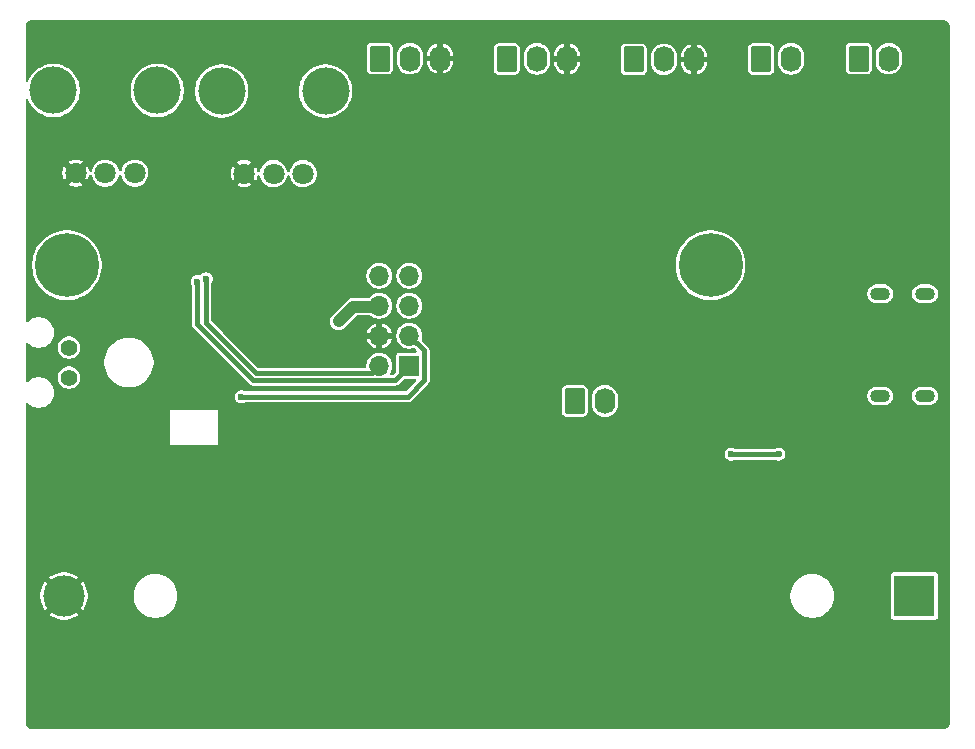
<source format=gbr>
%TF.GenerationSoftware,KiCad,Pcbnew,9.0.0*%
%TF.CreationDate,2025-03-25T21:18:25-04:00*%
%TF.ProjectId,interrupter,696e7465-7272-4757-9074-65722e6b6963,rev?*%
%TF.SameCoordinates,Original*%
%TF.FileFunction,Copper,L2,Bot*%
%TF.FilePolarity,Positive*%
%FSLAX46Y46*%
G04 Gerber Fmt 4.6, Leading zero omitted, Abs format (unit mm)*
G04 Created by KiCad (PCBNEW 9.0.0) date 2025-03-25 21:18:25*
%MOMM*%
%LPD*%
G01*
G04 APERTURE LIST*
G04 Aperture macros list*
%AMRoundRect*
0 Rectangle with rounded corners*
0 $1 Rounding radius*
0 $2 $3 $4 $5 $6 $7 $8 $9 X,Y pos of 4 corners*
0 Add a 4 corners polygon primitive as box body*
4,1,4,$2,$3,$4,$5,$6,$7,$8,$9,$2,$3,0*
0 Add four circle primitives for the rounded corners*
1,1,$1+$1,$2,$3*
1,1,$1+$1,$4,$5*
1,1,$1+$1,$6,$7*
1,1,$1+$1,$8,$9*
0 Add four rect primitives between the rounded corners*
20,1,$1+$1,$2,$3,$4,$5,0*
20,1,$1+$1,$4,$5,$6,$7,0*
20,1,$1+$1,$6,$7,$8,$9,0*
20,1,$1+$1,$8,$9,$2,$3,0*%
G04 Aperture macros list end*
%TA.AperFunction,ComponentPad*%
%ADD10C,0.800000*%
%TD*%
%TA.AperFunction,ComponentPad*%
%ADD11C,5.400000*%
%TD*%
%TA.AperFunction,ComponentPad*%
%ADD12RoundRect,0.250000X-0.620000X-0.845000X0.620000X-0.845000X0.620000X0.845000X-0.620000X0.845000X0*%
%TD*%
%TA.AperFunction,ComponentPad*%
%ADD13O,1.740000X2.190000*%
%TD*%
%TA.AperFunction,ComponentPad*%
%ADD14R,3.500000X3.500000*%
%TD*%
%TA.AperFunction,ComponentPad*%
%ADD15C,3.500000*%
%TD*%
%TA.AperFunction,ComponentPad*%
%ADD16R,1.700000X1.700000*%
%TD*%
%TA.AperFunction,ComponentPad*%
%ADD17O,1.700000X1.700000*%
%TD*%
%TA.AperFunction,WasherPad*%
%ADD18C,4.000000*%
%TD*%
%TA.AperFunction,ComponentPad*%
%ADD19C,1.800000*%
%TD*%
%TA.AperFunction,HeatsinkPad*%
%ADD20O,1.700000X1.100000*%
%TD*%
%TA.AperFunction,ComponentPad*%
%ADD21C,1.400000*%
%TD*%
%TA.AperFunction,ViaPad*%
%ADD22C,0.600000*%
%TD*%
%TA.AperFunction,Conductor*%
%ADD23C,0.400000*%
%TD*%
%TA.AperFunction,Conductor*%
%ADD24C,1.000000*%
%TD*%
G04 APERTURE END LIST*
D10*
%TO.P,H1,1,1*%
%TO.N,unconnected-(H1-Pad1)_4*%
X244225000Y-99250000D03*
%TO.N,unconnected-(H1-Pad1)_1*%
X244818109Y-97818109D03*
%TO.N,unconnected-(H1-Pad1)_7*%
X244818109Y-100681891D03*
%TO.N,unconnected-(H1-Pad1)_2*%
X246250000Y-97225000D03*
D11*
%TO.N,unconnected-(H1-Pad1)_3*%
X246250000Y-99250000D03*
D10*
%TO.N,unconnected-(H1-Pad1)_5*%
X246250000Y-101275000D03*
%TO.N,unconnected-(H1-Pad1)_8*%
X247681891Y-97818109D03*
%TO.N,unconnected-(H1-Pad1)_6*%
X247681891Y-100681891D03*
%TO.N,unconnected-(H1-Pad1)*%
X248275000Y-99250000D03*
%TD*%
D12*
%TO.P,J7,1,Pin_1*%
%TO.N,+3.3V*%
X229000000Y-81770000D03*
D13*
%TO.P,J7,2,Pin_2*%
%TO.N,E_BPS*%
X231540000Y-81770000D03*
%TO.P,J7,3,Pin_3*%
%TO.N,GND*%
X234080000Y-81770000D03*
%TD*%
D12*
%TO.P,J2,1,Pin_1*%
%TO.N,Net-(J2-Pin_1)*%
X250520000Y-81770000D03*
D13*
%TO.P,J2,2,Pin_2*%
%TO.N,+3.3V*%
X253060000Y-81770000D03*
%TD*%
D14*
%TO.P,BT1,1,+*%
%TO.N,Net-(BT1-+)*%
X263500000Y-127250000D03*
D15*
%TO.P,BT1,2,-*%
%TO.N,GND*%
X191500000Y-127250000D03*
%TD*%
D16*
%TO.P,J4,1,Pin_1*%
%TO.N,CLK*%
X220750000Y-107750000D03*
D17*
%TO.P,J4,2,Pin_2*%
%TO.N,DIO*%
X218210000Y-107750000D03*
%TO.P,J4,3,Pin_3*%
%TO.N,NRST*%
X220750000Y-105210000D03*
%TO.P,J4,4,Pin_4*%
%TO.N,GND*%
X218210000Y-105210000D03*
%TO.P,J4,5,Pin_5*%
%TO.N,+BATT*%
X220750000Y-102670000D03*
%TO.P,J4,6,Pin_6*%
%TO.N,+3.3V*%
X218210000Y-102670000D03*
%TO.P,J4,7,Pin_7*%
%TO.N,TX2*%
X220750000Y-100130000D03*
%TO.P,J4,8,Pin_8*%
%TO.N,RX2*%
X218210000Y-100130000D03*
%TD*%
D10*
%TO.P,H2,1,1*%
%TO.N,unconnected-(H2-Pad1)_1*%
X189725000Y-99250000D03*
%TO.N,unconnected-(H2-Pad1)*%
X190318109Y-97818109D03*
%TO.N,unconnected-(H2-Pad1)_5*%
X190318109Y-100681891D03*
%TO.N,unconnected-(H2-Pad1)_4*%
X191750000Y-97225000D03*
D11*
%TO.N,unconnected-(H2-Pad1)_7*%
X191750000Y-99250000D03*
D10*
%TO.N,unconnected-(H2-Pad1)_2*%
X191750000Y-101275000D03*
%TO.N,unconnected-(H2-Pad1)_8*%
X193181891Y-97818109D03*
%TO.N,unconnected-(H2-Pad1)_6*%
X193181891Y-100681891D03*
%TO.N,unconnected-(H2-Pad1)_3*%
X193775000Y-99250000D03*
%TD*%
D18*
%TO.P,RV2,*%
%TO.N,*%
X190600000Y-84450000D03*
X199400000Y-84450000D03*
D19*
%TO.P,RV2,1,1*%
%TO.N,+3.3V*%
X197500000Y-91450000D03*
%TO.P,RV2,2,2*%
%TO.N,I_DTC*%
X195000000Y-91450000D03*
%TO.P,RV2,3,3*%
%TO.N,GND*%
X192500000Y-91450000D03*
%TD*%
D12*
%TO.P,J3,1,Pin_1*%
%TO.N,Net-(J3-Pin_1)*%
X258790000Y-81750000D03*
D13*
%TO.P,J3,2,Pin_2*%
%TO.N,+3.3V*%
X261330000Y-81750000D03*
%TD*%
D12*
%TO.P,J8,1,Pin_1*%
%TO.N,+3.3V*%
X239750000Y-81830000D03*
D13*
%TO.P,J8,2,Pin_2*%
%TO.N,E_OT*%
X242290000Y-81830000D03*
%TO.P,J8,3,Pin_3*%
%TO.N,GND*%
X244830000Y-81830000D03*
%TD*%
D12*
%TO.P,J6,1,Pin_1*%
%TO.N,+3.3V*%
X218250000Y-81750000D03*
D13*
%TO.P,J6,2,Pin_2*%
%TO.N,E_VMAX*%
X220790000Y-81750000D03*
%TO.P,J6,3,Pin_3*%
%TO.N,GND*%
X223330000Y-81750000D03*
%TD*%
D20*
%TO.P,J5,S1,SHIELD*%
%TO.N,unconnected-(J5-SHIELD-PadS1)_1*%
X260607500Y-110320000D03*
%TO.N,unconnected-(J5-SHIELD-PadS1)*%
X264407500Y-110320000D03*
%TO.N,unconnected-(J5-SHIELD-PadS1)_2*%
X260607500Y-101680000D03*
%TO.N,unconnected-(J5-SHIELD-PadS1)_3*%
X264407500Y-101680000D03*
%TD*%
D18*
%TO.P,RV1,*%
%TO.N,*%
X204850000Y-84500000D03*
X213650000Y-84500000D03*
D19*
%TO.P,RV1,1,1*%
%TO.N,+3.3V*%
X211750000Y-91500000D03*
%TO.P,RV1,2,2*%
%TO.N,I_OCD*%
X209250000Y-91500000D03*
%TO.P,RV1,3,3*%
%TO.N,GND*%
X206750000Y-91500000D03*
%TD*%
D12*
%TO.P,J1,1,Pin_1*%
%TO.N,+BATT*%
X234750000Y-110750000D03*
D13*
%TO.P,J1,2,Pin_2*%
%TO.N,Net-(BT1-+)*%
X237290000Y-110750000D03*
%TD*%
D21*
%TO.P,U3,1,K*%
%TO.N,Net-(U3-K)*%
X191917500Y-106230000D03*
%TO.P,U3,2,A*%
%TO.N,+3.3V*%
X191917500Y-108770000D03*
%TD*%
D22*
%TO.N,GND*%
X243250000Y-109250000D03*
X243250000Y-108500000D03*
X233000000Y-100050000D03*
X252740000Y-90250000D03*
X260976250Y-90226250D03*
X259250000Y-103250000D03*
X244000000Y-108500000D03*
X259250000Y-108750000D03*
X231500000Y-100050000D03*
X202500000Y-115000000D03*
X196437500Y-97050000D03*
X232250000Y-100050000D03*
X244000000Y-107750000D03*
X242500000Y-107750000D03*
X244000000Y-109250000D03*
X243250000Y-107750000D03*
X232298259Y-103761382D03*
X254745000Y-105750000D03*
X232250000Y-107500000D03*
X241750000Y-107750000D03*
X190422500Y-116037500D03*
X206043750Y-111456250D03*
X251407500Y-106750000D03*
%TO.N,CLK*%
X202775000Y-100637500D03*
%TO.N,NRST*%
X206525000Y-110387500D03*
%TO.N,+3.3V*%
X214750000Y-104000000D03*
%TO.N,BAT_LED*%
X252000000Y-115250000D03*
X248000000Y-115250000D03*
%TO.N,DIO*%
X203534968Y-100387595D03*
%TD*%
D23*
%TO.N,CLK*%
X202775000Y-100637500D02*
X202775000Y-104237442D01*
X207538558Y-109001000D02*
X219499000Y-109001000D01*
X219499000Y-109001000D02*
X220750000Y-107750000D01*
X202775000Y-104237442D02*
X207538558Y-109001000D01*
%TO.N,NRST*%
X206525000Y-110387500D02*
X220614500Y-110387500D01*
X220614500Y-110387500D02*
X222001000Y-109001000D01*
X222001000Y-109001000D02*
X222001000Y-106461000D01*
X222001000Y-106461000D02*
X220750000Y-105210000D01*
D24*
%TO.N,+3.3V*%
X218130000Y-102750000D02*
X218210000Y-102670000D01*
X216000000Y-102750000D02*
X218130000Y-102750000D01*
X214750000Y-104000000D02*
X216000000Y-102750000D01*
D23*
%TO.N,BAT_LED*%
X248000000Y-115250000D02*
X252000000Y-115250000D01*
%TO.N,DIO*%
X203534968Y-100387595D02*
X203534968Y-104147468D01*
X217560000Y-108400000D02*
X218210000Y-107750000D01*
X207787500Y-108400000D02*
X217560000Y-108400000D01*
X203534968Y-104147468D02*
X207787500Y-108400000D01*
%TD*%
%TA.AperFunction,Conductor*%
%TO.N,GND*%
G36*
X266006922Y-78501280D02*
G01*
X266097266Y-78511459D01*
X266124331Y-78517636D01*
X266203540Y-78545352D01*
X266228553Y-78557398D01*
X266299606Y-78602043D01*
X266321313Y-78619355D01*
X266380644Y-78678686D01*
X266397957Y-78700395D01*
X266442600Y-78771444D01*
X266454648Y-78796462D01*
X266482362Y-78875666D01*
X266488540Y-78902735D01*
X266498720Y-78993076D01*
X266499500Y-79006961D01*
X266499500Y-137993038D01*
X266498720Y-138006922D01*
X266498720Y-138006923D01*
X266488540Y-138097264D01*
X266482362Y-138124333D01*
X266454648Y-138203537D01*
X266442600Y-138228555D01*
X266397957Y-138299604D01*
X266380644Y-138321313D01*
X266321313Y-138380644D01*
X266299604Y-138397957D01*
X266228555Y-138442600D01*
X266203537Y-138454648D01*
X266124333Y-138482362D01*
X266097264Y-138488540D01*
X266017075Y-138497576D01*
X266006921Y-138498720D01*
X265993038Y-138499500D01*
X188756962Y-138499500D01*
X188743078Y-138498720D01*
X188730553Y-138497308D01*
X188652735Y-138488540D01*
X188625666Y-138482362D01*
X188546462Y-138454648D01*
X188521444Y-138442600D01*
X188450395Y-138397957D01*
X188428686Y-138380644D01*
X188369355Y-138321313D01*
X188352042Y-138299604D01*
X188307399Y-138228555D01*
X188295351Y-138203537D01*
X188267637Y-138124333D01*
X188261459Y-138097263D01*
X188251280Y-138006922D01*
X188250500Y-137993038D01*
X188250500Y-127118905D01*
X189500000Y-127118905D01*
X189500000Y-127381094D01*
X189534220Y-127641009D01*
X189534222Y-127641020D01*
X189602075Y-127894255D01*
X189702404Y-128136471D01*
X189702409Y-128136482D01*
X189833488Y-128363516D01*
X189833494Y-128363524D01*
X189920080Y-128476365D01*
X190637425Y-127759019D01*
X190723249Y-127887463D01*
X190862537Y-128026751D01*
X190990978Y-128112573D01*
X190273633Y-128829917D01*
X190273633Y-128829918D01*
X190386475Y-128916505D01*
X190386483Y-128916511D01*
X190613517Y-129047590D01*
X190613528Y-129047595D01*
X190855744Y-129147924D01*
X191108979Y-129215777D01*
X191108990Y-129215779D01*
X191368905Y-129249999D01*
X191368920Y-129250000D01*
X191631080Y-129250000D01*
X191631094Y-129249999D01*
X191891009Y-129215779D01*
X191891020Y-129215777D01*
X192144255Y-129147924D01*
X192386471Y-129047595D01*
X192386482Y-129047590D01*
X192613516Y-128916511D01*
X192613534Y-128916499D01*
X192726365Y-128829919D01*
X192726365Y-128829917D01*
X192009020Y-128112573D01*
X192137463Y-128026751D01*
X192276751Y-127887463D01*
X192362573Y-127759021D01*
X193079917Y-128476365D01*
X193079919Y-128476365D01*
X193166499Y-128363534D01*
X193166511Y-128363516D01*
X193297590Y-128136482D01*
X193297595Y-128136471D01*
X193397924Y-127894255D01*
X193465777Y-127641020D01*
X193465779Y-127641009D01*
X193499999Y-127381094D01*
X193500000Y-127381080D01*
X193500000Y-127128711D01*
X197394500Y-127128711D01*
X197394500Y-127371288D01*
X197425077Y-127603553D01*
X197426162Y-127611789D01*
X197456143Y-127723678D01*
X197488947Y-127846104D01*
X197506079Y-127887463D01*
X197581776Y-128070212D01*
X197703064Y-128280289D01*
X197703066Y-128280292D01*
X197703067Y-128280293D01*
X197850733Y-128472736D01*
X197850739Y-128472743D01*
X198022256Y-128644260D01*
X198022262Y-128644265D01*
X198214711Y-128791936D01*
X198424788Y-128913224D01*
X198648900Y-129006054D01*
X198883211Y-129068838D01*
X199063586Y-129092584D01*
X199123711Y-129100500D01*
X199123712Y-129100500D01*
X199366289Y-129100500D01*
X199414388Y-129094167D01*
X199606789Y-129068838D01*
X199841100Y-129006054D01*
X200065212Y-128913224D01*
X200275289Y-128791936D01*
X200467738Y-128644265D01*
X200639265Y-128472738D01*
X200786936Y-128280289D01*
X200908224Y-128070212D01*
X201001054Y-127846100D01*
X201063838Y-127611789D01*
X201095500Y-127371288D01*
X201095500Y-127128712D01*
X201095500Y-127128711D01*
X253004500Y-127128711D01*
X253004500Y-127371288D01*
X253035077Y-127603553D01*
X253036162Y-127611789D01*
X253066143Y-127723678D01*
X253098947Y-127846104D01*
X253116079Y-127887463D01*
X253191776Y-128070212D01*
X253313064Y-128280289D01*
X253313066Y-128280292D01*
X253313067Y-128280293D01*
X253460733Y-128472736D01*
X253460739Y-128472743D01*
X253632256Y-128644260D01*
X253632262Y-128644265D01*
X253824711Y-128791936D01*
X254034788Y-128913224D01*
X254258900Y-129006054D01*
X254493211Y-129068838D01*
X254673586Y-129092584D01*
X254733711Y-129100500D01*
X254733712Y-129100500D01*
X254976289Y-129100500D01*
X255024388Y-129094167D01*
X255216789Y-129068838D01*
X255451100Y-129006054D01*
X255675212Y-128913224D01*
X255885289Y-128791936D01*
X256077738Y-128644265D01*
X256249265Y-128472738D01*
X256396936Y-128280289D01*
X256518224Y-128070212D01*
X256611054Y-127846100D01*
X256673838Y-127611789D01*
X256705500Y-127371288D01*
X256705500Y-127128712D01*
X256673838Y-126888211D01*
X256611054Y-126653900D01*
X256518224Y-126429788D01*
X256396936Y-126219711D01*
X256249265Y-126027262D01*
X256249260Y-126027256D01*
X256077743Y-125855739D01*
X256077736Y-125855733D01*
X255885293Y-125708067D01*
X255885292Y-125708066D01*
X255885289Y-125708064D01*
X255675212Y-125586776D01*
X255675205Y-125586772D01*
X255668016Y-125583795D01*
X255451104Y-125493947D01*
X255381591Y-125475321D01*
X261499500Y-125475321D01*
X261499500Y-129024678D01*
X261514032Y-129097735D01*
X261514033Y-129097739D01*
X261514034Y-129097740D01*
X261569399Y-129180601D01*
X261622045Y-129215777D01*
X261652260Y-129235966D01*
X261652264Y-129235967D01*
X261725321Y-129250499D01*
X261725324Y-129250500D01*
X261725326Y-129250500D01*
X265274676Y-129250500D01*
X265274677Y-129250499D01*
X265347740Y-129235966D01*
X265430601Y-129180601D01*
X265485966Y-129097740D01*
X265500500Y-129024674D01*
X265500500Y-125475326D01*
X265500500Y-125475323D01*
X265500499Y-125475321D01*
X265485967Y-125402264D01*
X265485966Y-125402260D01*
X265484122Y-125399500D01*
X265430601Y-125319399D01*
X265347740Y-125264034D01*
X265347739Y-125264033D01*
X265347735Y-125264032D01*
X265274677Y-125249500D01*
X265274674Y-125249500D01*
X261725326Y-125249500D01*
X261725323Y-125249500D01*
X261652264Y-125264032D01*
X261652260Y-125264033D01*
X261569399Y-125319399D01*
X261514033Y-125402260D01*
X261514032Y-125402264D01*
X261499500Y-125475321D01*
X255381591Y-125475321D01*
X255296083Y-125452409D01*
X255216789Y-125431162D01*
X255216788Y-125431161D01*
X255216785Y-125431161D01*
X254976289Y-125399500D01*
X254976288Y-125399500D01*
X254733712Y-125399500D01*
X254733711Y-125399500D01*
X254493214Y-125431161D01*
X254258895Y-125493947D01*
X254034794Y-125586773D01*
X254034785Y-125586777D01*
X253824706Y-125708067D01*
X253632263Y-125855733D01*
X253632256Y-125855739D01*
X253460739Y-126027256D01*
X253460733Y-126027263D01*
X253313067Y-126219706D01*
X253191777Y-126429785D01*
X253191773Y-126429794D01*
X253098947Y-126653895D01*
X253036161Y-126888214D01*
X253004500Y-127128711D01*
X201095500Y-127128711D01*
X201063838Y-126888211D01*
X201001054Y-126653900D01*
X200908224Y-126429788D01*
X200786936Y-126219711D01*
X200639265Y-126027262D01*
X200639260Y-126027256D01*
X200467743Y-125855739D01*
X200467736Y-125855733D01*
X200275293Y-125708067D01*
X200275292Y-125708066D01*
X200275289Y-125708064D01*
X200065212Y-125586776D01*
X200065205Y-125586773D01*
X199841104Y-125493947D01*
X199686083Y-125452409D01*
X199606789Y-125431162D01*
X199606788Y-125431161D01*
X199606785Y-125431161D01*
X199366289Y-125399500D01*
X199366288Y-125399500D01*
X199123712Y-125399500D01*
X199123711Y-125399500D01*
X198883214Y-125431161D01*
X198648895Y-125493947D01*
X198424794Y-125586773D01*
X198424785Y-125586777D01*
X198214706Y-125708067D01*
X198022263Y-125855733D01*
X198022256Y-125855739D01*
X197850739Y-126027256D01*
X197850733Y-126027263D01*
X197703067Y-126219706D01*
X197581777Y-126429785D01*
X197581773Y-126429794D01*
X197488947Y-126653895D01*
X197426161Y-126888214D01*
X197394500Y-127128711D01*
X193500000Y-127128711D01*
X193500000Y-127118919D01*
X193499999Y-127118905D01*
X193465779Y-126858990D01*
X193465777Y-126858979D01*
X193397924Y-126605744D01*
X193297595Y-126363528D01*
X193297590Y-126363517D01*
X193166511Y-126136483D01*
X193166505Y-126136475D01*
X193079918Y-126023633D01*
X193079917Y-126023633D01*
X192362572Y-126740977D01*
X192276751Y-126612537D01*
X192137463Y-126473249D01*
X192009019Y-126387425D01*
X192726365Y-125670080D01*
X192613524Y-125583494D01*
X192613516Y-125583488D01*
X192386482Y-125452409D01*
X192386471Y-125452404D01*
X192144255Y-125352075D01*
X191891020Y-125284222D01*
X191891009Y-125284220D01*
X191631094Y-125250000D01*
X191368905Y-125250000D01*
X191108990Y-125284220D01*
X191108979Y-125284222D01*
X190855744Y-125352075D01*
X190613528Y-125452404D01*
X190613517Y-125452409D01*
X190386471Y-125583496D01*
X190273633Y-125670079D01*
X190273633Y-125670080D01*
X190990979Y-126387426D01*
X190862537Y-126473249D01*
X190723249Y-126612537D01*
X190637426Y-126740979D01*
X189920080Y-126023633D01*
X189920079Y-126023633D01*
X189833496Y-126136471D01*
X189702409Y-126363517D01*
X189702404Y-126363528D01*
X189602075Y-126605744D01*
X189534222Y-126858979D01*
X189534220Y-126858990D01*
X189500000Y-127118905D01*
X188250500Y-127118905D01*
X188250500Y-115177525D01*
X247449500Y-115177525D01*
X247449500Y-115322475D01*
X247487016Y-115462485D01*
X247487017Y-115462488D01*
X247559488Y-115588011D01*
X247559490Y-115588013D01*
X247559491Y-115588015D01*
X247661985Y-115690509D01*
X247661986Y-115690510D01*
X247661988Y-115690511D01*
X247787511Y-115762982D01*
X247787512Y-115762982D01*
X247787515Y-115762984D01*
X247927525Y-115800500D01*
X247927528Y-115800500D01*
X248072472Y-115800500D01*
X248072475Y-115800500D01*
X248212485Y-115762984D01*
X248291936Y-115717112D01*
X248353936Y-115700500D01*
X251646064Y-115700500D01*
X251708063Y-115717112D01*
X251787515Y-115762984D01*
X251927525Y-115800500D01*
X251927528Y-115800500D01*
X252072472Y-115800500D01*
X252072475Y-115800500D01*
X252212485Y-115762984D01*
X252338015Y-115690509D01*
X252440509Y-115588015D01*
X252512984Y-115462485D01*
X252550500Y-115322475D01*
X252550500Y-115177525D01*
X252512984Y-115037515D01*
X252440509Y-114911985D01*
X252338015Y-114809491D01*
X252338013Y-114809490D01*
X252338011Y-114809488D01*
X252212488Y-114737017D01*
X252212489Y-114737017D01*
X252201006Y-114733940D01*
X252072475Y-114699500D01*
X251927525Y-114699500D01*
X251787515Y-114737016D01*
X251708063Y-114782887D01*
X251646064Y-114799500D01*
X248353936Y-114799500D01*
X248291936Y-114782887D01*
X248212485Y-114737016D01*
X248072475Y-114699500D01*
X247927525Y-114699500D01*
X247798993Y-114733940D01*
X247787511Y-114737017D01*
X247661988Y-114809488D01*
X247661982Y-114809493D01*
X247559493Y-114911982D01*
X247559488Y-114911988D01*
X247487017Y-115037511D01*
X247487016Y-115037515D01*
X247449500Y-115177525D01*
X188250500Y-115177525D01*
X188250500Y-114500000D01*
X200500000Y-114500000D01*
X204500000Y-114500000D01*
X204500000Y-111500000D01*
X200500000Y-111500000D01*
X200500000Y-114500000D01*
X188250500Y-114500000D01*
X188250500Y-111018570D01*
X188270185Y-110951531D01*
X188322989Y-110905776D01*
X188392147Y-110895832D01*
X188455703Y-110924857D01*
X188462181Y-110930889D01*
X188538425Y-111007133D01*
X188538430Y-111007137D01*
X188652120Y-111089737D01*
X188702441Y-111126297D01*
X188820526Y-111186464D01*
X188883079Y-111218337D01*
X188883082Y-111218338D01*
X188941701Y-111237384D01*
X189075893Y-111280985D01*
X189276132Y-111312700D01*
X189276133Y-111312700D01*
X189478867Y-111312700D01*
X189478868Y-111312700D01*
X189679107Y-111280985D01*
X189871920Y-111218337D01*
X190052559Y-111126297D01*
X190216576Y-111007132D01*
X190359932Y-110863776D01*
X190479097Y-110699759D01*
X190571137Y-110519120D01*
X190633785Y-110326307D01*
X190665500Y-110126068D01*
X190665500Y-109923332D01*
X190633785Y-109723093D01*
X190597235Y-109610602D01*
X190571138Y-109530282D01*
X190571137Y-109530279D01*
X190530996Y-109451499D01*
X190479097Y-109349641D01*
X190426768Y-109277616D01*
X190359937Y-109185630D01*
X190359933Y-109185625D01*
X190216574Y-109042266D01*
X190216569Y-109042262D01*
X190052562Y-108923105D01*
X190052561Y-108923104D01*
X190052559Y-108923103D01*
X189981348Y-108886819D01*
X189871920Y-108831062D01*
X189871917Y-108831061D01*
X189740072Y-108788223D01*
X189740071Y-108788222D01*
X189679109Y-108768415D01*
X189679110Y-108768415D01*
X189528927Y-108744628D01*
X189478868Y-108736700D01*
X189276132Y-108736700D01*
X189209385Y-108747271D01*
X189075891Y-108768415D01*
X188883082Y-108831061D01*
X188883079Y-108831062D01*
X188702437Y-108923105D01*
X188538430Y-109042262D01*
X188538425Y-109042266D01*
X188462181Y-109118511D01*
X188400858Y-109151996D01*
X188331166Y-109147012D01*
X188275233Y-109105140D01*
X188250816Y-109039676D01*
X188250500Y-109030830D01*
X188250500Y-108676379D01*
X190967000Y-108676379D01*
X190967000Y-108863620D01*
X191003525Y-109047243D01*
X191003527Y-109047251D01*
X191075176Y-109220228D01*
X191075181Y-109220237D01*
X191179197Y-109375907D01*
X191179200Y-109375911D01*
X191311588Y-109508299D01*
X191311592Y-109508302D01*
X191467262Y-109612318D01*
X191467268Y-109612321D01*
X191467269Y-109612322D01*
X191640249Y-109683973D01*
X191823879Y-109720499D01*
X191823883Y-109720500D01*
X191823884Y-109720500D01*
X192011117Y-109720500D01*
X192011118Y-109720499D01*
X192194751Y-109683973D01*
X192367731Y-109612322D01*
X192523408Y-109508302D01*
X192655802Y-109375908D01*
X192759822Y-109220231D01*
X192831473Y-109047251D01*
X192868000Y-108863616D01*
X192868000Y-108676384D01*
X192831473Y-108492749D01*
X192773842Y-108353615D01*
X192759823Y-108319771D01*
X192759818Y-108319762D01*
X192655802Y-108164092D01*
X192655799Y-108164088D01*
X192523411Y-108031700D01*
X192523407Y-108031697D01*
X192367737Y-107927681D01*
X192367728Y-107927676D01*
X192194751Y-107856027D01*
X192194743Y-107856025D01*
X192011120Y-107819500D01*
X192011116Y-107819500D01*
X191823884Y-107819500D01*
X191823879Y-107819500D01*
X191640256Y-107856025D01*
X191640248Y-107856027D01*
X191467271Y-107927676D01*
X191467262Y-107927681D01*
X191311592Y-108031697D01*
X191311588Y-108031700D01*
X191179200Y-108164088D01*
X191179197Y-108164092D01*
X191075181Y-108319762D01*
X191075176Y-108319771D01*
X191003527Y-108492748D01*
X191003525Y-108492756D01*
X190967000Y-108676379D01*
X188250500Y-108676379D01*
X188250500Y-107348151D01*
X194909500Y-107348151D01*
X194909500Y-107621848D01*
X194909501Y-107621865D01*
X194945225Y-107893219D01*
X195016068Y-108157606D01*
X195120809Y-108410473D01*
X195120813Y-108410483D01*
X195257665Y-108647519D01*
X195424288Y-108864666D01*
X195424294Y-108864673D01*
X195617826Y-109058205D01*
X195617833Y-109058211D01*
X195834980Y-109224834D01*
X196072016Y-109361686D01*
X196072017Y-109361686D01*
X196072020Y-109361688D01*
X196324894Y-109466432D01*
X196589277Y-109537274D01*
X196860645Y-109573000D01*
X196860652Y-109573000D01*
X197134348Y-109573000D01*
X197134355Y-109573000D01*
X197405723Y-109537274D01*
X197670106Y-109466432D01*
X197922980Y-109361688D01*
X198160020Y-109224834D01*
X198377168Y-109058210D01*
X198570710Y-108864668D01*
X198737334Y-108647520D01*
X198874188Y-108410480D01*
X198978932Y-108157606D01*
X199049774Y-107893223D01*
X199085500Y-107621855D01*
X199085500Y-107348145D01*
X199049774Y-107076777D01*
X198978932Y-106812394D01*
X198874188Y-106559520D01*
X198873414Y-106558180D01*
X198737334Y-106322480D01*
X198570711Y-106105333D01*
X198570705Y-106105326D01*
X198377173Y-105911794D01*
X198377166Y-105911788D01*
X198160019Y-105745165D01*
X197922983Y-105608313D01*
X197922973Y-105608309D01*
X197670106Y-105503568D01*
X197405723Y-105432726D01*
X197405722Y-105432725D01*
X197405719Y-105432725D01*
X197134365Y-105397001D01*
X197134360Y-105397000D01*
X197134355Y-105397000D01*
X196860645Y-105397000D01*
X196860639Y-105397000D01*
X196860634Y-105397001D01*
X196589280Y-105432725D01*
X196324893Y-105503568D01*
X196072026Y-105608309D01*
X196072016Y-105608313D01*
X195834980Y-105745165D01*
X195617833Y-105911788D01*
X195617826Y-105911794D01*
X195424294Y-106105326D01*
X195424288Y-106105333D01*
X195257665Y-106322480D01*
X195120813Y-106559516D01*
X195120809Y-106559526D01*
X195016068Y-106812393D01*
X194945225Y-107076780D01*
X194909501Y-107348134D01*
X194909500Y-107348151D01*
X188250500Y-107348151D01*
X188250500Y-105938870D01*
X188270185Y-105871831D01*
X188322989Y-105826076D01*
X188392147Y-105816132D01*
X188455703Y-105845157D01*
X188462181Y-105851189D01*
X188538425Y-105927433D01*
X188538430Y-105927437D01*
X188679559Y-106029972D01*
X188702441Y-106046597D01*
X188817703Y-106105326D01*
X188883079Y-106138637D01*
X188883082Y-106138638D01*
X188979486Y-106169961D01*
X189075893Y-106201285D01*
X189276132Y-106233000D01*
X189276133Y-106233000D01*
X189478867Y-106233000D01*
X189478868Y-106233000D01*
X189679107Y-106201285D01*
X189871920Y-106138637D01*
X189876352Y-106136379D01*
X190967000Y-106136379D01*
X190967000Y-106323620D01*
X191003525Y-106507243D01*
X191003527Y-106507251D01*
X191075176Y-106680228D01*
X191075181Y-106680237D01*
X191179197Y-106835907D01*
X191179200Y-106835911D01*
X191311588Y-106968299D01*
X191311592Y-106968302D01*
X191467262Y-107072318D01*
X191467271Y-107072323D01*
X191506456Y-107088554D01*
X191640249Y-107143973D01*
X191823879Y-107180499D01*
X191823883Y-107180500D01*
X191823884Y-107180500D01*
X192011117Y-107180500D01*
X192011118Y-107180499D01*
X192194751Y-107143973D01*
X192367731Y-107072322D01*
X192523408Y-106968302D01*
X192655802Y-106835908D01*
X192759822Y-106680231D01*
X192831473Y-106507251D01*
X192868000Y-106323616D01*
X192868000Y-106136384D01*
X192831473Y-105952749D01*
X192774884Y-105816132D01*
X192759823Y-105779771D01*
X192759818Y-105779762D01*
X192655802Y-105624092D01*
X192655799Y-105624088D01*
X192523411Y-105491700D01*
X192523407Y-105491697D01*
X192367737Y-105387681D01*
X192367728Y-105387676D01*
X192194751Y-105316027D01*
X192194743Y-105316025D01*
X192011120Y-105279500D01*
X192011116Y-105279500D01*
X191823884Y-105279500D01*
X191823879Y-105279500D01*
X191640256Y-105316025D01*
X191640248Y-105316027D01*
X191467271Y-105387676D01*
X191467262Y-105387681D01*
X191311592Y-105491697D01*
X191311588Y-105491700D01*
X191179200Y-105624088D01*
X191179197Y-105624092D01*
X191075181Y-105779762D01*
X191075176Y-105779771D01*
X191003527Y-105952748D01*
X191003525Y-105952756D01*
X190967000Y-106136379D01*
X189876352Y-106136379D01*
X190052559Y-106046597D01*
X190075440Y-106029972D01*
X190075442Y-106029972D01*
X190216569Y-105927437D01*
X190216567Y-105927437D01*
X190216576Y-105927432D01*
X190359932Y-105784076D01*
X190479097Y-105620059D01*
X190571137Y-105439420D01*
X190633785Y-105246607D01*
X190665500Y-105046368D01*
X190665500Y-104843632D01*
X190633785Y-104643393D01*
X190585049Y-104493397D01*
X190571138Y-104450582D01*
X190571137Y-104450579D01*
X190522686Y-104355490D01*
X190479097Y-104269941D01*
X190421109Y-104190127D01*
X190359937Y-104105930D01*
X190359933Y-104105925D01*
X190216574Y-103962566D01*
X190216569Y-103962562D01*
X190052562Y-103843405D01*
X190052561Y-103843404D01*
X190052559Y-103843403D01*
X189994686Y-103813915D01*
X189871920Y-103751362D01*
X189871917Y-103751361D01*
X189679108Y-103688715D01*
X189578987Y-103672857D01*
X189478868Y-103657000D01*
X189276132Y-103657000D01*
X189209385Y-103667571D01*
X189075891Y-103688715D01*
X188883082Y-103751361D01*
X188883079Y-103751362D01*
X188702437Y-103843405D01*
X188538430Y-103962562D01*
X188538425Y-103962566D01*
X188462181Y-104038811D01*
X188400858Y-104072296D01*
X188331166Y-104067312D01*
X188275233Y-104025440D01*
X188250816Y-103959976D01*
X188250500Y-103951130D01*
X188250500Y-99084296D01*
X188799500Y-99084296D01*
X188799500Y-99415703D01*
X188836601Y-99744991D01*
X188836604Y-99745005D01*
X188910346Y-100068093D01*
X188910349Y-100068101D01*
X189019799Y-100380890D01*
X189163582Y-100679458D01*
X189218125Y-100766263D01*
X189339896Y-100960060D01*
X189546516Y-101219153D01*
X189780847Y-101453484D01*
X190039940Y-101660104D01*
X190320539Y-101836416D01*
X190619113Y-101980202D01*
X190756690Y-102028342D01*
X190931898Y-102089650D01*
X190931906Y-102089653D01*
X190931909Y-102089653D01*
X190931910Y-102089654D01*
X191254994Y-102163396D01*
X191255003Y-102163397D01*
X191255008Y-102163398D01*
X191474533Y-102188132D01*
X191584297Y-102200499D01*
X191584300Y-102200500D01*
X191584303Y-102200500D01*
X191915700Y-102200500D01*
X191915701Y-102200499D01*
X192083996Y-102181537D01*
X192244991Y-102163398D01*
X192244994Y-102163397D01*
X192245006Y-102163396D01*
X192568090Y-102089654D01*
X192880887Y-101980202D01*
X193179461Y-101836416D01*
X193460060Y-101660104D01*
X193719153Y-101453484D01*
X193953484Y-101219153D01*
X194160104Y-100960060D01*
X194336416Y-100679461D01*
X194391526Y-100565025D01*
X202224500Y-100565025D01*
X202224500Y-100709975D01*
X202262016Y-100849985D01*
X202307887Y-100929436D01*
X202324500Y-100991435D01*
X202324500Y-104296750D01*
X202348712Y-104387114D01*
X202355200Y-104411327D01*
X202355200Y-104411328D01*
X202355201Y-104411329D01*
X202414511Y-104514056D01*
X207261944Y-109361489D01*
X207286919Y-109375908D01*
X207286918Y-109375908D01*
X207286921Y-109375909D01*
X207364666Y-109420796D01*
X207364667Y-109420797D01*
X207364669Y-109420797D01*
X207364672Y-109420799D01*
X207479249Y-109451500D01*
X207479252Y-109451500D01*
X219558308Y-109451500D01*
X219558309Y-109451500D01*
X219648673Y-109427286D01*
X219672887Y-109420799D01*
X219775614Y-109361489D01*
X220250284Y-108886819D01*
X220311607Y-108853334D01*
X220337965Y-108850500D01*
X221215035Y-108850500D01*
X221282074Y-108870185D01*
X221327829Y-108922989D01*
X221337773Y-108992147D01*
X221308748Y-109055703D01*
X221302716Y-109062181D01*
X220464216Y-109900681D01*
X220402893Y-109934166D01*
X220376535Y-109937000D01*
X206878936Y-109937000D01*
X206816936Y-109920387D01*
X206737485Y-109874516D01*
X206597475Y-109837000D01*
X206452525Y-109837000D01*
X206323993Y-109871440D01*
X206312511Y-109874517D01*
X206186988Y-109946988D01*
X206186982Y-109946993D01*
X206084493Y-110049482D01*
X206084488Y-110049488D01*
X206012017Y-110175011D01*
X206012016Y-110175015D01*
X205974500Y-110315025D01*
X205974500Y-110459975D01*
X205999561Y-110553501D01*
X206012017Y-110599988D01*
X206084488Y-110725511D01*
X206084490Y-110725513D01*
X206084491Y-110725515D01*
X206186985Y-110828009D01*
X206186986Y-110828010D01*
X206186988Y-110828011D01*
X206312511Y-110900482D01*
X206312512Y-110900482D01*
X206312515Y-110900484D01*
X206452525Y-110938000D01*
X206452528Y-110938000D01*
X206597472Y-110938000D01*
X206597475Y-110938000D01*
X206737485Y-110900484D01*
X206816936Y-110854612D01*
X206878936Y-110838000D01*
X220673808Y-110838000D01*
X220673809Y-110838000D01*
X220764173Y-110813786D01*
X220788387Y-110807299D01*
X220891114Y-110747989D01*
X221781968Y-109857135D01*
X233629500Y-109857135D01*
X233629500Y-111642870D01*
X233629501Y-111642876D01*
X233635908Y-111702483D01*
X233686202Y-111837328D01*
X233686206Y-111837335D01*
X233772452Y-111952544D01*
X233772455Y-111952547D01*
X233887664Y-112038793D01*
X233887671Y-112038797D01*
X234022517Y-112089091D01*
X234022516Y-112089091D01*
X234029444Y-112089835D01*
X234082127Y-112095500D01*
X235417872Y-112095499D01*
X235477483Y-112089091D01*
X235612331Y-112038796D01*
X235727546Y-111952546D01*
X235813796Y-111837331D01*
X235864091Y-111702483D01*
X235870500Y-111642873D01*
X235870499Y-110436809D01*
X236169500Y-110436809D01*
X236169500Y-111063190D01*
X236197089Y-111237384D01*
X236251593Y-111405127D01*
X236299934Y-111500000D01*
X236331662Y-111562270D01*
X236435330Y-111704957D01*
X236560043Y-111829670D01*
X236702730Y-111933338D01*
X236740428Y-111952546D01*
X236859872Y-112013406D01*
X236859874Y-112013406D01*
X236859877Y-112013408D01*
X236938004Y-112038793D01*
X237027615Y-112067910D01*
X237201810Y-112095500D01*
X237201815Y-112095500D01*
X237378190Y-112095500D01*
X237552384Y-112067910D01*
X237720123Y-112013408D01*
X237877270Y-111933338D01*
X238019957Y-111829670D01*
X238144670Y-111704957D01*
X238248338Y-111562270D01*
X238328408Y-111405123D01*
X238382910Y-111237384D01*
X238385927Y-111218337D01*
X238410500Y-111063190D01*
X238410500Y-110436809D01*
X238382911Y-110262622D01*
X238382910Y-110262621D01*
X238382910Y-110262616D01*
X238375936Y-110241153D01*
X259507000Y-110241153D01*
X259507000Y-110398846D01*
X259537761Y-110553489D01*
X259537764Y-110553501D01*
X259598102Y-110699172D01*
X259598109Y-110699185D01*
X259685710Y-110830288D01*
X259685713Y-110830292D01*
X259797207Y-110941786D01*
X259797211Y-110941789D01*
X259928314Y-111029390D01*
X259928327Y-111029397D01*
X260009900Y-111063185D01*
X260074003Y-111089737D01*
X260228653Y-111120499D01*
X260228656Y-111120500D01*
X260228658Y-111120500D01*
X260986344Y-111120500D01*
X260986345Y-111120499D01*
X261140997Y-111089737D01*
X261286679Y-111029394D01*
X261417789Y-110941789D01*
X261529289Y-110830289D01*
X261616894Y-110699179D01*
X261677237Y-110553497D01*
X261708000Y-110398842D01*
X261708000Y-110241158D01*
X261708000Y-110241155D01*
X261707999Y-110241153D01*
X263307000Y-110241153D01*
X263307000Y-110398846D01*
X263337761Y-110553489D01*
X263337764Y-110553501D01*
X263398102Y-110699172D01*
X263398109Y-110699185D01*
X263485710Y-110830288D01*
X263485713Y-110830292D01*
X263597207Y-110941786D01*
X263597211Y-110941789D01*
X263728314Y-111029390D01*
X263728327Y-111029397D01*
X263809900Y-111063185D01*
X263874003Y-111089737D01*
X264028653Y-111120499D01*
X264028656Y-111120500D01*
X264028658Y-111120500D01*
X264786344Y-111120500D01*
X264786345Y-111120499D01*
X264940997Y-111089737D01*
X265086679Y-111029394D01*
X265217789Y-110941789D01*
X265329289Y-110830289D01*
X265416894Y-110699179D01*
X265477237Y-110553497D01*
X265508000Y-110398842D01*
X265508000Y-110241158D01*
X265508000Y-110241155D01*
X265507999Y-110241153D01*
X265485107Y-110126067D01*
X265477237Y-110086503D01*
X265419450Y-109946991D01*
X265416897Y-109940827D01*
X265416890Y-109940814D01*
X265329289Y-109809711D01*
X265329286Y-109809707D01*
X265217792Y-109698213D01*
X265217788Y-109698210D01*
X265086685Y-109610609D01*
X265086672Y-109610602D01*
X264941001Y-109550264D01*
X264940989Y-109550261D01*
X264786345Y-109519500D01*
X264786342Y-109519500D01*
X264028658Y-109519500D01*
X264028655Y-109519500D01*
X263874010Y-109550261D01*
X263873998Y-109550264D01*
X263728327Y-109610602D01*
X263728314Y-109610609D01*
X263597211Y-109698210D01*
X263597207Y-109698213D01*
X263485713Y-109809707D01*
X263485710Y-109809711D01*
X263398109Y-109940814D01*
X263398102Y-109940827D01*
X263337764Y-110086498D01*
X263337761Y-110086510D01*
X263307000Y-110241153D01*
X261707999Y-110241153D01*
X261685107Y-110126067D01*
X261677237Y-110086503D01*
X261619450Y-109946991D01*
X261616897Y-109940827D01*
X261616890Y-109940814D01*
X261529289Y-109809711D01*
X261529286Y-109809707D01*
X261417792Y-109698213D01*
X261417788Y-109698210D01*
X261286685Y-109610609D01*
X261286672Y-109610602D01*
X261141001Y-109550264D01*
X261140989Y-109550261D01*
X260986345Y-109519500D01*
X260986342Y-109519500D01*
X260228658Y-109519500D01*
X260228655Y-109519500D01*
X260074010Y-109550261D01*
X260073998Y-109550264D01*
X259928327Y-109610602D01*
X259928314Y-109610609D01*
X259797211Y-109698210D01*
X259797207Y-109698213D01*
X259685713Y-109809707D01*
X259685710Y-109809711D01*
X259598109Y-109940814D01*
X259598102Y-109940827D01*
X259537764Y-110086498D01*
X259537761Y-110086510D01*
X259507000Y-110241153D01*
X238375936Y-110241153D01*
X238328408Y-110094877D01*
X238328406Y-110094874D01*
X238328406Y-110094872D01*
X238273564Y-109987239D01*
X238248338Y-109937730D01*
X238144670Y-109795043D01*
X238019957Y-109670330D01*
X237877270Y-109566662D01*
X237839572Y-109547454D01*
X237720127Y-109486593D01*
X237552384Y-109432089D01*
X237378190Y-109404500D01*
X237378185Y-109404500D01*
X237201815Y-109404500D01*
X237201810Y-109404500D01*
X237027615Y-109432089D01*
X236859872Y-109486593D01*
X236702729Y-109566662D01*
X236560040Y-109670332D01*
X236435332Y-109795040D01*
X236331662Y-109937729D01*
X236251593Y-110094872D01*
X236197089Y-110262615D01*
X236169500Y-110436809D01*
X235870499Y-110436809D01*
X235870499Y-109857128D01*
X235864091Y-109797517D01*
X235863901Y-109797008D01*
X235813797Y-109662671D01*
X235813793Y-109662664D01*
X235727547Y-109547455D01*
X235727544Y-109547452D01*
X235612335Y-109461206D01*
X235612328Y-109461202D01*
X235477482Y-109410908D01*
X235477483Y-109410908D01*
X235417883Y-109404501D01*
X235417881Y-109404500D01*
X235417873Y-109404500D01*
X235417864Y-109404500D01*
X234082129Y-109404500D01*
X234082123Y-109404501D01*
X234022516Y-109410908D01*
X233887671Y-109461202D01*
X233887664Y-109461206D01*
X233772455Y-109547452D01*
X233772452Y-109547455D01*
X233686206Y-109662664D01*
X233686202Y-109662671D01*
X233635908Y-109797517D01*
X233631664Y-109837000D01*
X233629501Y-109857123D01*
X233629500Y-109857135D01*
X221781968Y-109857135D01*
X222361489Y-109277614D01*
X222420799Y-109174887D01*
X222427285Y-109150675D01*
X222427286Y-109150675D01*
X222427286Y-109150671D01*
X222451500Y-109060309D01*
X222451500Y-106401691D01*
X222425834Y-106305905D01*
X222420800Y-106287117D01*
X222420799Y-106287114D01*
X222420799Y-106287113D01*
X222361489Y-106184386D01*
X221833333Y-105656230D01*
X221799848Y-105594907D01*
X221803083Y-105530231D01*
X221823402Y-105467701D01*
X221850500Y-105296611D01*
X221850500Y-105123389D01*
X221823402Y-104952299D01*
X221769873Y-104787555D01*
X221691232Y-104633212D01*
X221589414Y-104493072D01*
X221466928Y-104370586D01*
X221326788Y-104268768D01*
X221172445Y-104190127D01*
X221007701Y-104136598D01*
X221007699Y-104136597D01*
X221007698Y-104136597D01*
X220876271Y-104115781D01*
X220836611Y-104109500D01*
X220663389Y-104109500D01*
X220623728Y-104115781D01*
X220492302Y-104136597D01*
X220327552Y-104190128D01*
X220173211Y-104268768D01*
X220102977Y-104319797D01*
X220033072Y-104370586D01*
X220033070Y-104370588D01*
X220033069Y-104370588D01*
X219910588Y-104493069D01*
X219910588Y-104493070D01*
X219910586Y-104493072D01*
X219895339Y-104514058D01*
X219808768Y-104633211D01*
X219730128Y-104787552D01*
X219676597Y-104952302D01*
X219649500Y-105123389D01*
X219649500Y-105296610D01*
X219676597Y-105467697D01*
X219676597Y-105467699D01*
X219676598Y-105467701D01*
X219730127Y-105632445D01*
X219808768Y-105786788D01*
X219910586Y-105926928D01*
X220033072Y-106049414D01*
X220173212Y-106151232D01*
X220327555Y-106229873D01*
X220492299Y-106283402D01*
X220663389Y-106310500D01*
X220663390Y-106310500D01*
X220836610Y-106310500D01*
X220836611Y-106310500D01*
X221007701Y-106283402D01*
X221070231Y-106263083D01*
X221140070Y-106261087D01*
X221196230Y-106293333D01*
X221340716Y-106437819D01*
X221374201Y-106499142D01*
X221369217Y-106568834D01*
X221327345Y-106624767D01*
X221261881Y-106649184D01*
X221253035Y-106649500D01*
X219875323Y-106649500D01*
X219802264Y-106664032D01*
X219802260Y-106664033D01*
X219719399Y-106719399D01*
X219664033Y-106802260D01*
X219664032Y-106802264D01*
X219649500Y-106875321D01*
X219649500Y-108162035D01*
X219629815Y-108229074D01*
X219613181Y-108249716D01*
X219348716Y-108514181D01*
X219321788Y-108528884D01*
X219295970Y-108545477D01*
X219289769Y-108546368D01*
X219287393Y-108547666D01*
X219261035Y-108550500D01*
X219232060Y-108550500D01*
X219165021Y-108530815D01*
X219119266Y-108478011D01*
X219109322Y-108408853D01*
X219131741Y-108353615D01*
X219132252Y-108352910D01*
X219151232Y-108326788D01*
X219229873Y-108172445D01*
X219283402Y-108007701D01*
X219310500Y-107836611D01*
X219310500Y-107663389D01*
X219283402Y-107492299D01*
X219229873Y-107327555D01*
X219151232Y-107173212D01*
X219049414Y-107033072D01*
X218926928Y-106910586D01*
X218786788Y-106808768D01*
X218632445Y-106730127D01*
X218467701Y-106676598D01*
X218467699Y-106676597D01*
X218467698Y-106676597D01*
X218336271Y-106655781D01*
X218296611Y-106649500D01*
X218123389Y-106649500D01*
X218083728Y-106655781D01*
X217952302Y-106676597D01*
X217787552Y-106730128D01*
X217633211Y-106808768D01*
X217553256Y-106866859D01*
X217493072Y-106910586D01*
X217493070Y-106910588D01*
X217493069Y-106910588D01*
X217370588Y-107033069D01*
X217370588Y-107033070D01*
X217370586Y-107033072D01*
X217338830Y-107076780D01*
X217268768Y-107173211D01*
X217190128Y-107327552D01*
X217136597Y-107492302D01*
X217109500Y-107663389D01*
X217109500Y-107825500D01*
X217089815Y-107892539D01*
X217037011Y-107938294D01*
X216985500Y-107949500D01*
X208025465Y-107949500D01*
X207958426Y-107929815D01*
X207937784Y-107913181D01*
X204984602Y-104959999D01*
X217135884Y-104959999D01*
X217135885Y-104960000D01*
X217776988Y-104960000D01*
X217744075Y-105017007D01*
X217710000Y-105144174D01*
X217710000Y-105275826D01*
X217744075Y-105402993D01*
X217776988Y-105460000D01*
X217135885Y-105460000D01*
X217137085Y-105467584D01*
X217190591Y-105632255D01*
X217269195Y-105786524D01*
X217370967Y-105926602D01*
X217493397Y-106049032D01*
X217633475Y-106150804D01*
X217787744Y-106229408D01*
X217952415Y-106282914D01*
X217952414Y-106282914D01*
X217959999Y-106284115D01*
X217960000Y-106284114D01*
X217960000Y-105643012D01*
X218017007Y-105675925D01*
X218144174Y-105710000D01*
X218275826Y-105710000D01*
X218402993Y-105675925D01*
X218460000Y-105643012D01*
X218460000Y-106284115D01*
X218467584Y-106282914D01*
X218632255Y-106229408D01*
X218786524Y-106150804D01*
X218926602Y-106049032D01*
X219049032Y-105926602D01*
X219150804Y-105786524D01*
X219229408Y-105632255D01*
X219282914Y-105467584D01*
X219284115Y-105460000D01*
X218643012Y-105460000D01*
X218675925Y-105402993D01*
X218710000Y-105275826D01*
X218710000Y-105144174D01*
X218675925Y-105017007D01*
X218643012Y-104960000D01*
X219284115Y-104960000D01*
X219284115Y-104959999D01*
X219282914Y-104952415D01*
X219229408Y-104787744D01*
X219150804Y-104633475D01*
X219049032Y-104493397D01*
X218926602Y-104370967D01*
X218786524Y-104269195D01*
X218632257Y-104190591D01*
X218467589Y-104137087D01*
X218467581Y-104137085D01*
X218460000Y-104135884D01*
X218460000Y-104776988D01*
X218402993Y-104744075D01*
X218275826Y-104710000D01*
X218144174Y-104710000D01*
X218017007Y-104744075D01*
X217960000Y-104776988D01*
X217960000Y-104135884D01*
X217959999Y-104135884D01*
X217952418Y-104137085D01*
X217952410Y-104137087D01*
X217787742Y-104190591D01*
X217633475Y-104269195D01*
X217493397Y-104370967D01*
X217370967Y-104493397D01*
X217269195Y-104633475D01*
X217190591Y-104787744D01*
X217137085Y-104952415D01*
X217135884Y-104959999D01*
X204984602Y-104959999D01*
X204098522Y-104073919D01*
X213999499Y-104073919D01*
X214028340Y-104218906D01*
X214028342Y-104218912D01*
X214084916Y-104355494D01*
X214167048Y-104478416D01*
X214167052Y-104478420D01*
X214167052Y-104478421D01*
X214271578Y-104582947D01*
X214271581Y-104582949D01*
X214271584Y-104582952D01*
X214394506Y-104665084D01*
X214531088Y-104721658D01*
X214531092Y-104721658D01*
X214531093Y-104721659D01*
X214676080Y-104750500D01*
X214676083Y-104750500D01*
X214823919Y-104750500D01*
X214921461Y-104731096D01*
X214968912Y-104721658D01*
X215105494Y-104665084D01*
X215228416Y-104582952D01*
X216274549Y-103536819D01*
X216335872Y-103503334D01*
X216362230Y-103500500D01*
X217440513Y-103500500D01*
X217507552Y-103520185D01*
X217513387Y-103524174D01*
X217633212Y-103611232D01*
X217787555Y-103689873D01*
X217952299Y-103743402D01*
X218123389Y-103770500D01*
X218123390Y-103770500D01*
X218296610Y-103770500D01*
X218296611Y-103770500D01*
X218467701Y-103743402D01*
X218632445Y-103689873D01*
X218786788Y-103611232D01*
X218926928Y-103509414D01*
X219049414Y-103386928D01*
X219151232Y-103246788D01*
X219229873Y-103092445D01*
X219283402Y-102927701D01*
X219310500Y-102756611D01*
X219310500Y-102583389D01*
X219649500Y-102583389D01*
X219649500Y-102756611D01*
X219676598Y-102927701D01*
X219730127Y-103092445D01*
X219808768Y-103246788D01*
X219910586Y-103386928D01*
X220033072Y-103509414D01*
X220173212Y-103611232D01*
X220327555Y-103689873D01*
X220492299Y-103743402D01*
X220663389Y-103770500D01*
X220663390Y-103770500D01*
X220836610Y-103770500D01*
X220836611Y-103770500D01*
X221007701Y-103743402D01*
X221172445Y-103689873D01*
X221326788Y-103611232D01*
X221466928Y-103509414D01*
X221589414Y-103386928D01*
X221691232Y-103246788D01*
X221769873Y-103092445D01*
X221823402Y-102927701D01*
X221850500Y-102756611D01*
X221850500Y-102583389D01*
X221823402Y-102412299D01*
X221769873Y-102247555D01*
X221691232Y-102093212D01*
X221589414Y-101953072D01*
X221466928Y-101830586D01*
X221326788Y-101728768D01*
X221172445Y-101650127D01*
X221007701Y-101596598D01*
X221007699Y-101596597D01*
X221007698Y-101596597D01*
X220876271Y-101575781D01*
X220836611Y-101569500D01*
X220663389Y-101569500D01*
X220623728Y-101575781D01*
X220492302Y-101596597D01*
X220327552Y-101650128D01*
X220173211Y-101728768D01*
X220131816Y-101758844D01*
X220033072Y-101830586D01*
X220033070Y-101830588D01*
X220033069Y-101830588D01*
X219910588Y-101953069D01*
X219910588Y-101953070D01*
X219910586Y-101953072D01*
X219890875Y-101980202D01*
X219808768Y-102093211D01*
X219730128Y-102247552D01*
X219676597Y-102412302D01*
X219670668Y-102449737D01*
X219649500Y-102583389D01*
X219310500Y-102583389D01*
X219283402Y-102412299D01*
X219229873Y-102247555D01*
X219151232Y-102093212D01*
X219049414Y-101953072D01*
X218926928Y-101830586D01*
X218786788Y-101728768D01*
X218632445Y-101650127D01*
X218467701Y-101596598D01*
X218467699Y-101596597D01*
X218467698Y-101596597D01*
X218336271Y-101575781D01*
X218296611Y-101569500D01*
X218123389Y-101569500D01*
X218083728Y-101575781D01*
X217952302Y-101596597D01*
X217787552Y-101650128D01*
X217633211Y-101728768D01*
X217591816Y-101758844D01*
X217493072Y-101830586D01*
X217493070Y-101830588D01*
X217493069Y-101830588D01*
X217370591Y-101953066D01*
X217368056Y-101956035D01*
X217309547Y-101994226D01*
X217273768Y-101999500D01*
X215926080Y-101999500D01*
X215781092Y-102028340D01*
X215781086Y-102028342D01*
X215644508Y-102084914D01*
X215644496Y-102084921D01*
X215595269Y-102117813D01*
X215521588Y-102167044D01*
X215521580Y-102167050D01*
X214167052Y-103521578D01*
X214167052Y-103521579D01*
X214167049Y-103521582D01*
X214167048Y-103521584D01*
X214156869Y-103536819D01*
X214084918Y-103644502D01*
X214084914Y-103644509D01*
X214028342Y-103781087D01*
X214028340Y-103781093D01*
X213999500Y-103926080D01*
X213999500Y-103926083D01*
X213999500Y-104073917D01*
X213999500Y-104073919D01*
X213999499Y-104073919D01*
X204098522Y-104073919D01*
X204021787Y-103997184D01*
X203988302Y-103935861D01*
X203985468Y-103909503D01*
X203985468Y-100741530D01*
X204002080Y-100679531D01*
X204047952Y-100600080D01*
X204085468Y-100460070D01*
X204085468Y-100315120D01*
X204047952Y-100175110D01*
X204018741Y-100124516D01*
X204004887Y-100100519D01*
X204004886Y-100100518D01*
X203975477Y-100049580D01*
X203969286Y-100043389D01*
X217109500Y-100043389D01*
X217109500Y-100216610D01*
X217135518Y-100380887D01*
X217136598Y-100387701D01*
X217190127Y-100552445D01*
X217268768Y-100706788D01*
X217370586Y-100846928D01*
X217493072Y-100969414D01*
X217633212Y-101071232D01*
X217787555Y-101149873D01*
X217952299Y-101203402D01*
X218123389Y-101230500D01*
X218123390Y-101230500D01*
X218296610Y-101230500D01*
X218296611Y-101230500D01*
X218467701Y-101203402D01*
X218632445Y-101149873D01*
X218786788Y-101071232D01*
X218926928Y-100969414D01*
X219049414Y-100846928D01*
X219151232Y-100706788D01*
X219229873Y-100552445D01*
X219283402Y-100387701D01*
X219310500Y-100216611D01*
X219310500Y-100043389D01*
X219649500Y-100043389D01*
X219649500Y-100216610D01*
X219675518Y-100380887D01*
X219676598Y-100387701D01*
X219730127Y-100552445D01*
X219808768Y-100706788D01*
X219910586Y-100846928D01*
X220033072Y-100969414D01*
X220173212Y-101071232D01*
X220327555Y-101149873D01*
X220492299Y-101203402D01*
X220663389Y-101230500D01*
X220663390Y-101230500D01*
X220836610Y-101230500D01*
X220836611Y-101230500D01*
X221007701Y-101203402D01*
X221172445Y-101149873D01*
X221326788Y-101071232D01*
X221466928Y-100969414D01*
X221589414Y-100846928D01*
X221691232Y-100706788D01*
X221769873Y-100552445D01*
X221823402Y-100387701D01*
X221850500Y-100216611D01*
X221850500Y-100043389D01*
X221823402Y-99872299D01*
X221769873Y-99707555D01*
X221691232Y-99553212D01*
X221589414Y-99413072D01*
X221466928Y-99290586D01*
X221326788Y-99188768D01*
X221172445Y-99110127D01*
X221092946Y-99084296D01*
X243299500Y-99084296D01*
X243299500Y-99415703D01*
X243336601Y-99744991D01*
X243336604Y-99745005D01*
X243410346Y-100068093D01*
X243410349Y-100068101D01*
X243519799Y-100380890D01*
X243663582Y-100679458D01*
X243718125Y-100766263D01*
X243839896Y-100960060D01*
X244046516Y-101219153D01*
X244280847Y-101453484D01*
X244539940Y-101660104D01*
X244820539Y-101836416D01*
X245119113Y-101980202D01*
X245256690Y-102028342D01*
X245431898Y-102089650D01*
X245431906Y-102089653D01*
X245431909Y-102089653D01*
X245431910Y-102089654D01*
X245754994Y-102163396D01*
X245755003Y-102163397D01*
X245755008Y-102163398D01*
X245974533Y-102188132D01*
X246084297Y-102200499D01*
X246084300Y-102200500D01*
X246084303Y-102200500D01*
X246415700Y-102200500D01*
X246415701Y-102200499D01*
X246583996Y-102181537D01*
X246744991Y-102163398D01*
X246744994Y-102163397D01*
X246745006Y-102163396D01*
X247068090Y-102089654D01*
X247380887Y-101980202D01*
X247679461Y-101836416D01*
X247960060Y-101660104D01*
X248033982Y-101601153D01*
X259507000Y-101601153D01*
X259507000Y-101758846D01*
X259537761Y-101913489D01*
X259537764Y-101913501D01*
X259598102Y-102059172D01*
X259598109Y-102059185D01*
X259685710Y-102190288D01*
X259685713Y-102190292D01*
X259797207Y-102301786D01*
X259797211Y-102301789D01*
X259928314Y-102389390D01*
X259928327Y-102389397D01*
X260073998Y-102449735D01*
X260074003Y-102449737D01*
X260228653Y-102480499D01*
X260228656Y-102480500D01*
X260228658Y-102480500D01*
X260986344Y-102480500D01*
X260986345Y-102480499D01*
X261140997Y-102449737D01*
X261286679Y-102389394D01*
X261417789Y-102301789D01*
X261529289Y-102190289D01*
X261616894Y-102059179D01*
X261677237Y-101913497D01*
X261708000Y-101758842D01*
X261708000Y-101601158D01*
X261708000Y-101601155D01*
X261707999Y-101601153D01*
X263307000Y-101601153D01*
X263307000Y-101758846D01*
X263337761Y-101913489D01*
X263337764Y-101913501D01*
X263398102Y-102059172D01*
X263398109Y-102059185D01*
X263485710Y-102190288D01*
X263485713Y-102190292D01*
X263597207Y-102301786D01*
X263597211Y-102301789D01*
X263728314Y-102389390D01*
X263728327Y-102389397D01*
X263873998Y-102449735D01*
X263874003Y-102449737D01*
X264028653Y-102480499D01*
X264028656Y-102480500D01*
X264028658Y-102480500D01*
X264786344Y-102480500D01*
X264786345Y-102480499D01*
X264940997Y-102449737D01*
X265086679Y-102389394D01*
X265217789Y-102301789D01*
X265329289Y-102190289D01*
X265416894Y-102059179D01*
X265477237Y-101913497D01*
X265508000Y-101758842D01*
X265508000Y-101601158D01*
X265508000Y-101601155D01*
X265507999Y-101601153D01*
X265487504Y-101498119D01*
X265477237Y-101446503D01*
X265477235Y-101446498D01*
X265416897Y-101300827D01*
X265416890Y-101300814D01*
X265329289Y-101169711D01*
X265329286Y-101169707D01*
X265217792Y-101058213D01*
X265217788Y-101058210D01*
X265086685Y-100970609D01*
X265086672Y-100970602D01*
X264941001Y-100910264D01*
X264940989Y-100910261D01*
X264786345Y-100879500D01*
X264786342Y-100879500D01*
X264028658Y-100879500D01*
X264028655Y-100879500D01*
X263874010Y-100910261D01*
X263873998Y-100910264D01*
X263728327Y-100970602D01*
X263728314Y-100970609D01*
X263597211Y-101058210D01*
X263597207Y-101058213D01*
X263485713Y-101169707D01*
X263485710Y-101169711D01*
X263398109Y-101300814D01*
X263398102Y-101300827D01*
X263337764Y-101446498D01*
X263337761Y-101446510D01*
X263307000Y-101601153D01*
X261707999Y-101601153D01*
X261687504Y-101498119D01*
X261677237Y-101446503D01*
X261677235Y-101446498D01*
X261616897Y-101300827D01*
X261616890Y-101300814D01*
X261529289Y-101169711D01*
X261529286Y-101169707D01*
X261417792Y-101058213D01*
X261417788Y-101058210D01*
X261286685Y-100970609D01*
X261286672Y-100970602D01*
X261141001Y-100910264D01*
X261140989Y-100910261D01*
X260986345Y-100879500D01*
X260986342Y-100879500D01*
X260228658Y-100879500D01*
X260228655Y-100879500D01*
X260074010Y-100910261D01*
X260073998Y-100910264D01*
X259928327Y-100970602D01*
X259928314Y-100970609D01*
X259797211Y-101058210D01*
X259797207Y-101058213D01*
X259685713Y-101169707D01*
X259685710Y-101169711D01*
X259598109Y-101300814D01*
X259598102Y-101300827D01*
X259537764Y-101446498D01*
X259537761Y-101446510D01*
X259507000Y-101601153D01*
X248033982Y-101601153D01*
X248219153Y-101453484D01*
X248453484Y-101219153D01*
X248660104Y-100960060D01*
X248836416Y-100679461D01*
X248980202Y-100380887D01*
X249089654Y-100068090D01*
X249163396Y-99745006D01*
X249200500Y-99415697D01*
X249200500Y-99084303D01*
X249163396Y-98754994D01*
X249089654Y-98431910D01*
X248980202Y-98119113D01*
X248836416Y-97820539D01*
X248660104Y-97539940D01*
X248453484Y-97280847D01*
X248219153Y-97046516D01*
X247960060Y-96839896D01*
X247679461Y-96663584D01*
X247679458Y-96663582D01*
X247380890Y-96519799D01*
X247068101Y-96410349D01*
X247068093Y-96410346D01*
X246825777Y-96355039D01*
X246745006Y-96336604D01*
X246745003Y-96336603D01*
X246744991Y-96336601D01*
X246415703Y-96299500D01*
X246415697Y-96299500D01*
X246084303Y-96299500D01*
X246084296Y-96299500D01*
X245755008Y-96336601D01*
X245754994Y-96336604D01*
X245431906Y-96410346D01*
X245431898Y-96410349D01*
X245119109Y-96519799D01*
X244820541Y-96663582D01*
X244539941Y-96839895D01*
X244280847Y-97046515D01*
X244046515Y-97280847D01*
X243839895Y-97539941D01*
X243663582Y-97820541D01*
X243519799Y-98119109D01*
X243410349Y-98431898D01*
X243410346Y-98431906D01*
X243336604Y-98754994D01*
X243336601Y-98755008D01*
X243299500Y-99084296D01*
X221092946Y-99084296D01*
X221007701Y-99056598D01*
X221007699Y-99056597D01*
X221007698Y-99056597D01*
X220876271Y-99035781D01*
X220836611Y-99029500D01*
X220663389Y-99029500D01*
X220623728Y-99035781D01*
X220492302Y-99056597D01*
X220327552Y-99110128D01*
X220173211Y-99188768D01*
X220093256Y-99246859D01*
X220033072Y-99290586D01*
X220033070Y-99290588D01*
X220033069Y-99290588D01*
X219910588Y-99413069D01*
X219910588Y-99413070D01*
X219910586Y-99413072D01*
X219866859Y-99473256D01*
X219808768Y-99553211D01*
X219730128Y-99707552D01*
X219676597Y-99872302D01*
X219649500Y-100043389D01*
X219310500Y-100043389D01*
X219283402Y-99872299D01*
X219229873Y-99707555D01*
X219151232Y-99553212D01*
X219049414Y-99413072D01*
X218926928Y-99290586D01*
X218786788Y-99188768D01*
X218632445Y-99110127D01*
X218467701Y-99056598D01*
X218467699Y-99056597D01*
X218467698Y-99056597D01*
X218336271Y-99035781D01*
X218296611Y-99029500D01*
X218123389Y-99029500D01*
X218083728Y-99035781D01*
X217952302Y-99056597D01*
X217787552Y-99110128D01*
X217633211Y-99188768D01*
X217553256Y-99246859D01*
X217493072Y-99290586D01*
X217493070Y-99290588D01*
X217493069Y-99290588D01*
X217370588Y-99413069D01*
X217370588Y-99413070D01*
X217370586Y-99413072D01*
X217326859Y-99473256D01*
X217268768Y-99553211D01*
X217190128Y-99707552D01*
X217136597Y-99872302D01*
X217109500Y-100043389D01*
X203969286Y-100043389D01*
X203872983Y-99947086D01*
X203872981Y-99947085D01*
X203872979Y-99947083D01*
X203747456Y-99874612D01*
X203747457Y-99874612D01*
X203735974Y-99871535D01*
X203607443Y-99837095D01*
X203462493Y-99837095D01*
X203333961Y-99871535D01*
X203322479Y-99874612D01*
X203196956Y-99947083D01*
X203196950Y-99947088D01*
X203094461Y-100049577D01*
X203094456Y-100049583D01*
X203090232Y-100056901D01*
X203039664Y-100105116D01*
X202971056Y-100118337D01*
X202950759Y-100114675D01*
X202847475Y-100087000D01*
X202702525Y-100087000D01*
X202585575Y-100118337D01*
X202562511Y-100124517D01*
X202436988Y-100196988D01*
X202436982Y-100196993D01*
X202334493Y-100299482D01*
X202334488Y-100299488D01*
X202262017Y-100425011D01*
X202262016Y-100425015D01*
X202224500Y-100565025D01*
X194391526Y-100565025D01*
X194480202Y-100380887D01*
X194589654Y-100068090D01*
X194663396Y-99745006D01*
X194700500Y-99415697D01*
X194700500Y-99084303D01*
X194663396Y-98754994D01*
X194589654Y-98431910D01*
X194480202Y-98119113D01*
X194336416Y-97820539D01*
X194160104Y-97539940D01*
X193953484Y-97280847D01*
X193719153Y-97046516D01*
X193460060Y-96839896D01*
X193179461Y-96663584D01*
X193179458Y-96663582D01*
X192880890Y-96519799D01*
X192568101Y-96410349D01*
X192568093Y-96410346D01*
X192325777Y-96355039D01*
X192245006Y-96336604D01*
X192245003Y-96336603D01*
X192244991Y-96336601D01*
X191915703Y-96299500D01*
X191915697Y-96299500D01*
X191584303Y-96299500D01*
X191584296Y-96299500D01*
X191255008Y-96336601D01*
X191254994Y-96336604D01*
X190931906Y-96410346D01*
X190931898Y-96410349D01*
X190619109Y-96519799D01*
X190320541Y-96663582D01*
X190039941Y-96839895D01*
X189780847Y-97046515D01*
X189546515Y-97280847D01*
X189339895Y-97539941D01*
X189163582Y-97820541D01*
X189019799Y-98119109D01*
X188910349Y-98431898D01*
X188910346Y-98431906D01*
X188836604Y-98754994D01*
X188836601Y-98755008D01*
X188799500Y-99084296D01*
X188250500Y-99084296D01*
X188250500Y-91359493D01*
X191350000Y-91359493D01*
X191350000Y-91540506D01*
X191378317Y-91719293D01*
X191434251Y-91891444D01*
X191434252Y-91891447D01*
X191516431Y-92052730D01*
X191527913Y-92068532D01*
X191527913Y-92068533D01*
X192017037Y-91579409D01*
X192034075Y-91642993D01*
X192099901Y-91757007D01*
X192192993Y-91850099D01*
X192307007Y-91915925D01*
X192370590Y-91932962D01*
X191881466Y-92422085D01*
X191881466Y-92422086D01*
X191897267Y-92433566D01*
X191897275Y-92433571D01*
X192058552Y-92515747D01*
X192058555Y-92515748D01*
X192230706Y-92571682D01*
X192409494Y-92600000D01*
X192590506Y-92600000D01*
X192769293Y-92571682D01*
X192941444Y-92515748D01*
X192941452Y-92515745D01*
X193102730Y-92433568D01*
X193118532Y-92422085D01*
X193118533Y-92422085D01*
X192629410Y-91932962D01*
X192692993Y-91915925D01*
X192807007Y-91850099D01*
X192900099Y-91757007D01*
X192965925Y-91642993D01*
X192982962Y-91579409D01*
X193472085Y-92068532D01*
X193483568Y-92052730D01*
X193565745Y-91891452D01*
X193565748Y-91891444D01*
X193621681Y-91719296D01*
X193627272Y-91683997D01*
X193657201Y-91620861D01*
X193716511Y-91583929D01*
X193786374Y-91584925D01*
X193844607Y-91623534D01*
X193872219Y-91683992D01*
X193877829Y-91719411D01*
X193933787Y-91891636D01*
X193933788Y-91891639D01*
X193971640Y-91965925D01*
X194015869Y-92052730D01*
X194016006Y-92052997D01*
X194122441Y-92199494D01*
X194122445Y-92199499D01*
X194250500Y-92327554D01*
X194250505Y-92327558D01*
X194319325Y-92377558D01*
X194397006Y-92433996D01*
X194494292Y-92483566D01*
X194558360Y-92516211D01*
X194558363Y-92516212D01*
X194644476Y-92544191D01*
X194730591Y-92572171D01*
X194813429Y-92585291D01*
X194909449Y-92600500D01*
X194909454Y-92600500D01*
X195090551Y-92600500D01*
X195177259Y-92586765D01*
X195269409Y-92572171D01*
X195441639Y-92516211D01*
X195602994Y-92433996D01*
X195749501Y-92327553D01*
X195877553Y-92199501D01*
X195983996Y-92052994D01*
X196066211Y-91891639D01*
X196122171Y-91719409D01*
X196127527Y-91685594D01*
X196157456Y-91622459D01*
X196216768Y-91585528D01*
X196286630Y-91586526D01*
X196344863Y-91625136D01*
X196372473Y-91685594D01*
X196377829Y-91719410D01*
X196433787Y-91891636D01*
X196433788Y-91891639D01*
X196471640Y-91965925D01*
X196515869Y-92052730D01*
X196516006Y-92052997D01*
X196622441Y-92199494D01*
X196622445Y-92199499D01*
X196750500Y-92327554D01*
X196750505Y-92327558D01*
X196819325Y-92377558D01*
X196897006Y-92433996D01*
X196994292Y-92483566D01*
X197058360Y-92516211D01*
X197058363Y-92516212D01*
X197144476Y-92544191D01*
X197230591Y-92572171D01*
X197313429Y-92585291D01*
X197409449Y-92600500D01*
X197409454Y-92600500D01*
X197590551Y-92600500D01*
X197677259Y-92586765D01*
X197769409Y-92572171D01*
X197941639Y-92516211D01*
X198102994Y-92433996D01*
X198249501Y-92327553D01*
X198377553Y-92199501D01*
X198483996Y-92052994D01*
X198566211Y-91891639D01*
X198622171Y-91719409D01*
X198643629Y-91583929D01*
X198650500Y-91540551D01*
X198650500Y-91409493D01*
X205600000Y-91409493D01*
X205600000Y-91590506D01*
X205628317Y-91769293D01*
X205684251Y-91941444D01*
X205684252Y-91941447D01*
X205766431Y-92102730D01*
X205777913Y-92118532D01*
X205777913Y-92118533D01*
X206267037Y-91629409D01*
X206284075Y-91692993D01*
X206349901Y-91807007D01*
X206442993Y-91900099D01*
X206557007Y-91965925D01*
X206620590Y-91982962D01*
X206131466Y-92472085D01*
X206131466Y-92472086D01*
X206147267Y-92483566D01*
X206147275Y-92483571D01*
X206308552Y-92565747D01*
X206308555Y-92565748D01*
X206480706Y-92621682D01*
X206659494Y-92650000D01*
X206840506Y-92650000D01*
X207019293Y-92621682D01*
X207191444Y-92565748D01*
X207191452Y-92565745D01*
X207352730Y-92483568D01*
X207368532Y-92472085D01*
X207368533Y-92472085D01*
X206879410Y-91982962D01*
X206942993Y-91965925D01*
X207057007Y-91900099D01*
X207150099Y-91807007D01*
X207215925Y-91692993D01*
X207232962Y-91629409D01*
X207722085Y-92118532D01*
X207733568Y-92102730D01*
X207815745Y-91941452D01*
X207815748Y-91941444D01*
X207871681Y-91769296D01*
X207877272Y-91733997D01*
X207907201Y-91670861D01*
X207966511Y-91633929D01*
X208036374Y-91634925D01*
X208094607Y-91673534D01*
X208122219Y-91733992D01*
X208127829Y-91769411D01*
X208183787Y-91941636D01*
X208183788Y-91941639D01*
X208239664Y-92051300D01*
X208265869Y-92102730D01*
X208266006Y-92102997D01*
X208372441Y-92249494D01*
X208372445Y-92249499D01*
X208500500Y-92377554D01*
X208500505Y-92377558D01*
X208628287Y-92470396D01*
X208647006Y-92483996D01*
X208752484Y-92537740D01*
X208808360Y-92566211D01*
X208808363Y-92566212D01*
X208894476Y-92594191D01*
X208980591Y-92622171D01*
X209063429Y-92635291D01*
X209159449Y-92650500D01*
X209159454Y-92650500D01*
X209340551Y-92650500D01*
X209427259Y-92636765D01*
X209519409Y-92622171D01*
X209691639Y-92566211D01*
X209852994Y-92483996D01*
X209999501Y-92377553D01*
X210127553Y-92249501D01*
X210233996Y-92102994D01*
X210316211Y-91941639D01*
X210372171Y-91769409D01*
X210377527Y-91735594D01*
X210407456Y-91672459D01*
X210466768Y-91635528D01*
X210536630Y-91636526D01*
X210594863Y-91675136D01*
X210622473Y-91735594D01*
X210627829Y-91769410D01*
X210683787Y-91941636D01*
X210683788Y-91941639D01*
X210739664Y-92051300D01*
X210765869Y-92102730D01*
X210766006Y-92102997D01*
X210872441Y-92249494D01*
X210872445Y-92249499D01*
X211000500Y-92377554D01*
X211000505Y-92377558D01*
X211128287Y-92470396D01*
X211147006Y-92483996D01*
X211252484Y-92537740D01*
X211308360Y-92566211D01*
X211308363Y-92566212D01*
X211394476Y-92594191D01*
X211480591Y-92622171D01*
X211563429Y-92635291D01*
X211659449Y-92650500D01*
X211659454Y-92650500D01*
X211840551Y-92650500D01*
X211927259Y-92636765D01*
X212019409Y-92622171D01*
X212191639Y-92566211D01*
X212352994Y-92483996D01*
X212499501Y-92377553D01*
X212627553Y-92249501D01*
X212733996Y-92102994D01*
X212816211Y-91941639D01*
X212872171Y-91769409D01*
X212887779Y-91670861D01*
X212900500Y-91590551D01*
X212900500Y-91409448D01*
X212884019Y-91305397D01*
X212872171Y-91230591D01*
X212829708Y-91099901D01*
X212816212Y-91058363D01*
X212816211Y-91058360D01*
X212778360Y-90984075D01*
X212733996Y-90897006D01*
X212686379Y-90831466D01*
X212627558Y-90750505D01*
X212627554Y-90750500D01*
X212499499Y-90622445D01*
X212499494Y-90622441D01*
X212352997Y-90516006D01*
X212352996Y-90516005D01*
X212352994Y-90516004D01*
X212278235Y-90477912D01*
X212191639Y-90433788D01*
X212191636Y-90433787D01*
X212019410Y-90377829D01*
X211840551Y-90349500D01*
X211840546Y-90349500D01*
X211659454Y-90349500D01*
X211659449Y-90349500D01*
X211480589Y-90377829D01*
X211308363Y-90433787D01*
X211308360Y-90433788D01*
X211147002Y-90516006D01*
X211000505Y-90622441D01*
X211000500Y-90622445D01*
X210872445Y-90750500D01*
X210872441Y-90750505D01*
X210766006Y-90897002D01*
X210683788Y-91058360D01*
X210683787Y-91058363D01*
X210627829Y-91230589D01*
X210622473Y-91264406D01*
X210592543Y-91327540D01*
X210533232Y-91364471D01*
X210463369Y-91363473D01*
X210405137Y-91324863D01*
X210377527Y-91264406D01*
X210372189Y-91230706D01*
X210372171Y-91230591D01*
X210329708Y-91099901D01*
X210316212Y-91058363D01*
X210316211Y-91058360D01*
X210278360Y-90984075D01*
X210233996Y-90897006D01*
X210186379Y-90831466D01*
X210127558Y-90750505D01*
X210127554Y-90750500D01*
X209999499Y-90622445D01*
X209999494Y-90622441D01*
X209852997Y-90516006D01*
X209852996Y-90516005D01*
X209852994Y-90516004D01*
X209778235Y-90477912D01*
X209691639Y-90433788D01*
X209691636Y-90433787D01*
X209519410Y-90377829D01*
X209340551Y-90349500D01*
X209340546Y-90349500D01*
X209159454Y-90349500D01*
X209159449Y-90349500D01*
X208980589Y-90377829D01*
X208808363Y-90433787D01*
X208808360Y-90433788D01*
X208647002Y-90516006D01*
X208500505Y-90622441D01*
X208500500Y-90622445D01*
X208372445Y-90750500D01*
X208372441Y-90750505D01*
X208266006Y-90897002D01*
X208183788Y-91058360D01*
X208183787Y-91058363D01*
X208127829Y-91230588D01*
X208122219Y-91266007D01*
X208092288Y-91329141D01*
X208032976Y-91366072D01*
X207963113Y-91365072D01*
X207904881Y-91326461D01*
X207877272Y-91266003D01*
X207871681Y-91230702D01*
X207815748Y-91058555D01*
X207815747Y-91058552D01*
X207733571Y-90897275D01*
X207733566Y-90897267D01*
X207722085Y-90881466D01*
X207232962Y-91370589D01*
X207215925Y-91307007D01*
X207150099Y-91192993D01*
X207057007Y-91099901D01*
X206942993Y-91034075D01*
X206879409Y-91017037D01*
X207368533Y-90527913D01*
X207352730Y-90516431D01*
X207191447Y-90434252D01*
X207191444Y-90434251D01*
X207019293Y-90378317D01*
X206840506Y-90350000D01*
X206659494Y-90350000D01*
X206480706Y-90378317D01*
X206308555Y-90434251D01*
X206308547Y-90434254D01*
X206147269Y-90516432D01*
X206131466Y-90527912D01*
X206131466Y-90527913D01*
X206620591Y-91017037D01*
X206557007Y-91034075D01*
X206442993Y-91099901D01*
X206349901Y-91192993D01*
X206284075Y-91307007D01*
X206267037Y-91370590D01*
X205777912Y-90881466D01*
X205766432Y-90897269D01*
X205684254Y-91058547D01*
X205684251Y-91058555D01*
X205628317Y-91230706D01*
X205600000Y-91409493D01*
X198650500Y-91409493D01*
X198650500Y-91359448D01*
X198630090Y-91230589D01*
X198622171Y-91180591D01*
X198582517Y-91058547D01*
X198566212Y-91008363D01*
X198566211Y-91008360D01*
X198501554Y-90881466D01*
X198483996Y-90847006D01*
X198470396Y-90828287D01*
X198377558Y-90700505D01*
X198377554Y-90700500D01*
X198249499Y-90572445D01*
X198249494Y-90572441D01*
X198102997Y-90466006D01*
X198102996Y-90466005D01*
X198102994Y-90466004D01*
X198039765Y-90433787D01*
X197941639Y-90383788D01*
X197941636Y-90383787D01*
X197769410Y-90327829D01*
X197590551Y-90299500D01*
X197590546Y-90299500D01*
X197409454Y-90299500D01*
X197409449Y-90299500D01*
X197230589Y-90327829D01*
X197058363Y-90383787D01*
X197058360Y-90383788D01*
X196897002Y-90466006D01*
X196750505Y-90572441D01*
X196750500Y-90572445D01*
X196622445Y-90700500D01*
X196622441Y-90700505D01*
X196516006Y-90847002D01*
X196433788Y-91008360D01*
X196433787Y-91008363D01*
X196377829Y-91180589D01*
X196372473Y-91214406D01*
X196342543Y-91277540D01*
X196283232Y-91314471D01*
X196213369Y-91313473D01*
X196155137Y-91274863D01*
X196127527Y-91214406D01*
X196122189Y-91180706D01*
X196122171Y-91180591D01*
X196082517Y-91058547D01*
X196066212Y-91008363D01*
X196066211Y-91008360D01*
X196001554Y-90881466D01*
X195983996Y-90847006D01*
X195970396Y-90828287D01*
X195877558Y-90700505D01*
X195877554Y-90700500D01*
X195749499Y-90572445D01*
X195749494Y-90572441D01*
X195602997Y-90466006D01*
X195602996Y-90466005D01*
X195602994Y-90466004D01*
X195539765Y-90433787D01*
X195441639Y-90383788D01*
X195441636Y-90383787D01*
X195269410Y-90327829D01*
X195090551Y-90299500D01*
X195090546Y-90299500D01*
X194909454Y-90299500D01*
X194909449Y-90299500D01*
X194730589Y-90327829D01*
X194558363Y-90383787D01*
X194558360Y-90383788D01*
X194397002Y-90466006D01*
X194250505Y-90572441D01*
X194250500Y-90572445D01*
X194122445Y-90700500D01*
X194122441Y-90700505D01*
X194016006Y-90847002D01*
X193933788Y-91008360D01*
X193933787Y-91008363D01*
X193877829Y-91180588D01*
X193872219Y-91216007D01*
X193842288Y-91279141D01*
X193782976Y-91316072D01*
X193713113Y-91315072D01*
X193654881Y-91276461D01*
X193627272Y-91216003D01*
X193621681Y-91180702D01*
X193565748Y-91008555D01*
X193565747Y-91008552D01*
X193483571Y-90847275D01*
X193483566Y-90847267D01*
X193472085Y-90831466D01*
X192982962Y-91320589D01*
X192965925Y-91257007D01*
X192900099Y-91142993D01*
X192807007Y-91049901D01*
X192692993Y-90984075D01*
X192629409Y-90967037D01*
X193118533Y-90477913D01*
X193102730Y-90466431D01*
X192941447Y-90384252D01*
X192941444Y-90384251D01*
X192769293Y-90328317D01*
X192590506Y-90300000D01*
X192409494Y-90300000D01*
X192230706Y-90328317D01*
X192058555Y-90384251D01*
X192058547Y-90384254D01*
X191897269Y-90466432D01*
X191881466Y-90477912D01*
X191881466Y-90477913D01*
X192370591Y-90967037D01*
X192307007Y-90984075D01*
X192192993Y-91049901D01*
X192099901Y-91142993D01*
X192034075Y-91257007D01*
X192017037Y-91320590D01*
X191527913Y-90831466D01*
X191527912Y-90831466D01*
X191516432Y-90847269D01*
X191434254Y-91008547D01*
X191434251Y-91008555D01*
X191378317Y-91180706D01*
X191350000Y-91359493D01*
X188250500Y-91359493D01*
X188250500Y-85282036D01*
X188270185Y-85214997D01*
X188322989Y-85169242D01*
X188392147Y-85159298D01*
X188455703Y-85188323D01*
X188489061Y-85234583D01*
X188577254Y-85447500D01*
X188577258Y-85447510D01*
X188724761Y-85702993D01*
X188904352Y-85937040D01*
X188904358Y-85937047D01*
X189112952Y-86145641D01*
X189112959Y-86145647D01*
X189347006Y-86325238D01*
X189602489Y-86472741D01*
X189602490Y-86472741D01*
X189602493Y-86472743D01*
X189875048Y-86585639D01*
X190160007Y-86661993D01*
X190452494Y-86700500D01*
X190452501Y-86700500D01*
X190747499Y-86700500D01*
X190747506Y-86700500D01*
X191039993Y-86661993D01*
X191324952Y-86585639D01*
X191597507Y-86472743D01*
X191852994Y-86325238D01*
X192087042Y-86145646D01*
X192295646Y-85937042D01*
X192475238Y-85702994D01*
X192622743Y-85447507D01*
X192735639Y-85174952D01*
X192811993Y-84889993D01*
X192850500Y-84597506D01*
X192850500Y-84302494D01*
X192850499Y-84302486D01*
X197149500Y-84302486D01*
X197149500Y-84597513D01*
X197181571Y-84841113D01*
X197188007Y-84889993D01*
X197201405Y-84939995D01*
X197264361Y-85174951D01*
X197264364Y-85174961D01*
X197377254Y-85447500D01*
X197377258Y-85447510D01*
X197524761Y-85702993D01*
X197704352Y-85937040D01*
X197704358Y-85937047D01*
X197912952Y-86145641D01*
X197912959Y-86145647D01*
X198147006Y-86325238D01*
X198402489Y-86472741D01*
X198402490Y-86472741D01*
X198402493Y-86472743D01*
X198675048Y-86585639D01*
X198960007Y-86661993D01*
X199252494Y-86700500D01*
X199252501Y-86700500D01*
X199547499Y-86700500D01*
X199547506Y-86700500D01*
X199839993Y-86661993D01*
X200124952Y-86585639D01*
X200397507Y-86472743D01*
X200652994Y-86325238D01*
X200887042Y-86145646D01*
X201095646Y-85937042D01*
X201275238Y-85702994D01*
X201422743Y-85447507D01*
X201535639Y-85174952D01*
X201611993Y-84889993D01*
X201650500Y-84597506D01*
X201650500Y-84352486D01*
X202599500Y-84352486D01*
X202599500Y-84647513D01*
X202631423Y-84889984D01*
X202638007Y-84939993D01*
X202711694Y-85214997D01*
X202714361Y-85224951D01*
X202714364Y-85224961D01*
X202827254Y-85497500D01*
X202827258Y-85497510D01*
X202974761Y-85752993D01*
X203154352Y-85987040D01*
X203154358Y-85987047D01*
X203362952Y-86195641D01*
X203362959Y-86195647D01*
X203597006Y-86375238D01*
X203852489Y-86522741D01*
X203852490Y-86522741D01*
X203852493Y-86522743D01*
X204125048Y-86635639D01*
X204410007Y-86711993D01*
X204702494Y-86750500D01*
X204702501Y-86750500D01*
X204997499Y-86750500D01*
X204997506Y-86750500D01*
X205289993Y-86711993D01*
X205574952Y-86635639D01*
X205847507Y-86522743D01*
X206102994Y-86375238D01*
X206337042Y-86195646D01*
X206545646Y-85987042D01*
X206725238Y-85752994D01*
X206872743Y-85497507D01*
X206985639Y-85224952D01*
X207061993Y-84939993D01*
X207100500Y-84647506D01*
X207100500Y-84352494D01*
X207100499Y-84352486D01*
X211399500Y-84352486D01*
X211399500Y-84647513D01*
X211431423Y-84889984D01*
X211438007Y-84939993D01*
X211511694Y-85214997D01*
X211514361Y-85224951D01*
X211514364Y-85224961D01*
X211627254Y-85497500D01*
X211627258Y-85497510D01*
X211774761Y-85752993D01*
X211954352Y-85987040D01*
X211954358Y-85987047D01*
X212162952Y-86195641D01*
X212162959Y-86195647D01*
X212397006Y-86375238D01*
X212652489Y-86522741D01*
X212652490Y-86522741D01*
X212652493Y-86522743D01*
X212925048Y-86635639D01*
X213210007Y-86711993D01*
X213502494Y-86750500D01*
X213502501Y-86750500D01*
X213797499Y-86750500D01*
X213797506Y-86750500D01*
X214089993Y-86711993D01*
X214374952Y-86635639D01*
X214647507Y-86522743D01*
X214902994Y-86375238D01*
X215137042Y-86195646D01*
X215345646Y-85987042D01*
X215525238Y-85752994D01*
X215672743Y-85497507D01*
X215785639Y-85224952D01*
X215861993Y-84939993D01*
X215900500Y-84647506D01*
X215900500Y-84352494D01*
X215861993Y-84060007D01*
X215785639Y-83775048D01*
X215672743Y-83502493D01*
X215643873Y-83452489D01*
X215525238Y-83247006D01*
X215345647Y-83012959D01*
X215345641Y-83012952D01*
X215137047Y-82804358D01*
X215137040Y-82804352D01*
X214902993Y-82624761D01*
X214647510Y-82477258D01*
X214647500Y-82477254D01*
X214374961Y-82364364D01*
X214374954Y-82364362D01*
X214374952Y-82364361D01*
X214089993Y-82288007D01*
X214041113Y-82281571D01*
X213797513Y-82249500D01*
X213797506Y-82249500D01*
X213502494Y-82249500D01*
X213502486Y-82249500D01*
X213224085Y-82286153D01*
X213210007Y-82288007D01*
X212997305Y-82345000D01*
X212925048Y-82364361D01*
X212925038Y-82364364D01*
X212652499Y-82477254D01*
X212652489Y-82477258D01*
X212397006Y-82624761D01*
X212162959Y-82804352D01*
X212162952Y-82804358D01*
X211954358Y-83012952D01*
X211954352Y-83012959D01*
X211774761Y-83247006D01*
X211627258Y-83502489D01*
X211627254Y-83502499D01*
X211514364Y-83775038D01*
X211514361Y-83775048D01*
X211451405Y-84010007D01*
X211438008Y-84060004D01*
X211438006Y-84060015D01*
X211399500Y-84352486D01*
X207100499Y-84352486D01*
X207061993Y-84060007D01*
X206985639Y-83775048D01*
X206872743Y-83502493D01*
X206843873Y-83452489D01*
X206725238Y-83247006D01*
X206545647Y-83012959D01*
X206545641Y-83012952D01*
X206337047Y-82804358D01*
X206337040Y-82804352D01*
X206102993Y-82624761D01*
X205847510Y-82477258D01*
X205847500Y-82477254D01*
X205574961Y-82364364D01*
X205574954Y-82364362D01*
X205574952Y-82364361D01*
X205289993Y-82288007D01*
X205241113Y-82281571D01*
X204997513Y-82249500D01*
X204997506Y-82249500D01*
X204702494Y-82249500D01*
X204702486Y-82249500D01*
X204424085Y-82286153D01*
X204410007Y-82288007D01*
X204197305Y-82345000D01*
X204125048Y-82364361D01*
X204125038Y-82364364D01*
X203852499Y-82477254D01*
X203852489Y-82477258D01*
X203597006Y-82624761D01*
X203362959Y-82804352D01*
X203362952Y-82804358D01*
X203154358Y-83012952D01*
X203154352Y-83012959D01*
X202974761Y-83247006D01*
X202827258Y-83502489D01*
X202827254Y-83502499D01*
X202714364Y-83775038D01*
X202714361Y-83775048D01*
X202651405Y-84010007D01*
X202638008Y-84060004D01*
X202638006Y-84060015D01*
X202599500Y-84352486D01*
X201650500Y-84352486D01*
X201650500Y-84302494D01*
X201611993Y-84010007D01*
X201535639Y-83725048D01*
X201422743Y-83452493D01*
X201275238Y-83197006D01*
X201212695Y-83115499D01*
X201095647Y-82962959D01*
X201095641Y-82962952D01*
X200887047Y-82754358D01*
X200887040Y-82754352D01*
X200652993Y-82574761D01*
X200397510Y-82427258D01*
X200397500Y-82427254D01*
X200124961Y-82314364D01*
X200124954Y-82314362D01*
X200124952Y-82314361D01*
X199839993Y-82238007D01*
X199791113Y-82231571D01*
X199547513Y-82199500D01*
X199547506Y-82199500D01*
X199252494Y-82199500D01*
X199252486Y-82199500D01*
X198974085Y-82236153D01*
X198960007Y-82238007D01*
X198712029Y-82304452D01*
X198675048Y-82314361D01*
X198675038Y-82314364D01*
X198402499Y-82427254D01*
X198402489Y-82427258D01*
X198147006Y-82574761D01*
X197912959Y-82754352D01*
X197912952Y-82754358D01*
X197704358Y-82962952D01*
X197704352Y-82962959D01*
X197524761Y-83197006D01*
X197377258Y-83452489D01*
X197377254Y-83452499D01*
X197264364Y-83725038D01*
X197264361Y-83725048D01*
X197188008Y-84010004D01*
X197188006Y-84010015D01*
X197149500Y-84302486D01*
X192850499Y-84302486D01*
X192811993Y-84010007D01*
X192735639Y-83725048D01*
X192622743Y-83452493D01*
X192475238Y-83197006D01*
X192412695Y-83115499D01*
X192295647Y-82962959D01*
X192295641Y-82962952D01*
X192087047Y-82754358D01*
X192087040Y-82754352D01*
X191852993Y-82574761D01*
X191597510Y-82427258D01*
X191597500Y-82427254D01*
X191324961Y-82314364D01*
X191324954Y-82314362D01*
X191324952Y-82314361D01*
X191039993Y-82238007D01*
X190991113Y-82231571D01*
X190747513Y-82199500D01*
X190747506Y-82199500D01*
X190452494Y-82199500D01*
X190452486Y-82199500D01*
X190174085Y-82236153D01*
X190160007Y-82238007D01*
X189912029Y-82304452D01*
X189875048Y-82314361D01*
X189875038Y-82314364D01*
X189602499Y-82427254D01*
X189602489Y-82427258D01*
X189347006Y-82574761D01*
X189112959Y-82754352D01*
X189112952Y-82754358D01*
X188904358Y-82962952D01*
X188904352Y-82962959D01*
X188724761Y-83197006D01*
X188577258Y-83452489D01*
X188577253Y-83452499D01*
X188489061Y-83665416D01*
X188445220Y-83719819D01*
X188378926Y-83741884D01*
X188311226Y-83724605D01*
X188263616Y-83673467D01*
X188250500Y-83617963D01*
X188250500Y-80857135D01*
X217129500Y-80857135D01*
X217129500Y-82642870D01*
X217129501Y-82642876D01*
X217135908Y-82702483D01*
X217186202Y-82837328D01*
X217186206Y-82837335D01*
X217272452Y-82952544D01*
X217272455Y-82952547D01*
X217387664Y-83038793D01*
X217387671Y-83038797D01*
X217522517Y-83089091D01*
X217522516Y-83089091D01*
X217525056Y-83089364D01*
X217582127Y-83095500D01*
X218917872Y-83095499D01*
X218977483Y-83089091D01*
X219112331Y-83038796D01*
X219227546Y-82952546D01*
X219313796Y-82837331D01*
X219364091Y-82702483D01*
X219370500Y-82642873D01*
X219370499Y-81436809D01*
X219669500Y-81436809D01*
X219669500Y-82063190D01*
X219697089Y-82237384D01*
X219751593Y-82405127D01*
X219831529Y-82562008D01*
X219831662Y-82562270D01*
X219935330Y-82704957D01*
X220060043Y-82829670D01*
X220202730Y-82933338D01*
X220260851Y-82962952D01*
X220359872Y-83013406D01*
X220359874Y-83013406D01*
X220359877Y-83013408D01*
X220438004Y-83038793D01*
X220527615Y-83067910D01*
X220701810Y-83095500D01*
X220701815Y-83095500D01*
X220878190Y-83095500D01*
X221052384Y-83067910D01*
X221053886Y-83067422D01*
X221220123Y-83013408D01*
X221377270Y-82933338D01*
X221519957Y-82829670D01*
X221644670Y-82704957D01*
X221748338Y-82562270D01*
X221828408Y-82405123D01*
X221882910Y-82237384D01*
X221888910Y-82199500D01*
X221910500Y-82063190D01*
X221910500Y-81436848D01*
X222210000Y-81436848D01*
X222210000Y-81500000D01*
X222787291Y-81500000D01*
X222775548Y-81520339D01*
X222735000Y-81671667D01*
X222735000Y-81828333D01*
X222775548Y-81979661D01*
X222787291Y-82000000D01*
X222210000Y-82000000D01*
X222210000Y-82063151D01*
X222237577Y-82237263D01*
X222292057Y-82404933D01*
X222372090Y-82562008D01*
X222475714Y-82704632D01*
X222475714Y-82704633D01*
X222600366Y-82829285D01*
X222742991Y-82932909D01*
X222900064Y-83012942D01*
X223067735Y-83067422D01*
X223080000Y-83069364D01*
X223080000Y-82292709D01*
X223100339Y-82304452D01*
X223251667Y-82345000D01*
X223408333Y-82345000D01*
X223559661Y-82304452D01*
X223580000Y-82292709D01*
X223580000Y-83069363D01*
X223592263Y-83067422D01*
X223592265Y-83067422D01*
X223759935Y-83012942D01*
X223917008Y-82932909D01*
X224059632Y-82829285D01*
X224059633Y-82829285D01*
X224184285Y-82704633D01*
X224184285Y-82704632D01*
X224287909Y-82562008D01*
X224367942Y-82404933D01*
X224422422Y-82237263D01*
X224450000Y-82063151D01*
X224450000Y-82000000D01*
X223872709Y-82000000D01*
X223884452Y-81979661D01*
X223925000Y-81828333D01*
X223925000Y-81671667D01*
X223884452Y-81520339D01*
X223872709Y-81500000D01*
X224450000Y-81500000D01*
X224450000Y-81436848D01*
X224422422Y-81262736D01*
X224367942Y-81095066D01*
X224287909Y-80937991D01*
X224243694Y-80877135D01*
X227879500Y-80877135D01*
X227879500Y-82662870D01*
X227879501Y-82662876D01*
X227885908Y-82722483D01*
X227936202Y-82857328D01*
X227936206Y-82857335D01*
X228022452Y-82972544D01*
X228022455Y-82972547D01*
X228137664Y-83058793D01*
X228137671Y-83058797D01*
X228272517Y-83109091D01*
X228272516Y-83109091D01*
X228279444Y-83109835D01*
X228332127Y-83115500D01*
X229667872Y-83115499D01*
X229727483Y-83109091D01*
X229862331Y-83058796D01*
X229977546Y-82972546D01*
X230063796Y-82857331D01*
X230114091Y-82722483D01*
X230120500Y-82662873D01*
X230120499Y-81456809D01*
X230419500Y-81456809D01*
X230419500Y-82083190D01*
X230447089Y-82257384D01*
X230501593Y-82425127D01*
X230581529Y-82582008D01*
X230581662Y-82582270D01*
X230685330Y-82724957D01*
X230810043Y-82849670D01*
X230952730Y-82953338D01*
X230990428Y-82972546D01*
X231109872Y-83033406D01*
X231109874Y-83033406D01*
X231109877Y-83033408D01*
X231126463Y-83038797D01*
X231277615Y-83087910D01*
X231451810Y-83115500D01*
X231451815Y-83115500D01*
X231628190Y-83115500D01*
X231802384Y-83087910D01*
X231863937Y-83067910D01*
X231970123Y-83033408D01*
X232127270Y-82953338D01*
X232269957Y-82849670D01*
X232394670Y-82724957D01*
X232498338Y-82582270D01*
X232578408Y-82425123D01*
X232632910Y-82257384D01*
X232642737Y-82195338D01*
X232660500Y-82083190D01*
X232660500Y-81456848D01*
X232960000Y-81456848D01*
X232960000Y-81520000D01*
X233537291Y-81520000D01*
X233525548Y-81540339D01*
X233485000Y-81691667D01*
X233485000Y-81848333D01*
X233525548Y-81999661D01*
X233537291Y-82020000D01*
X232960000Y-82020000D01*
X232960000Y-82083151D01*
X232987577Y-82257263D01*
X233042057Y-82424933D01*
X233122090Y-82582008D01*
X233225714Y-82724632D01*
X233225714Y-82724633D01*
X233350366Y-82849285D01*
X233492991Y-82952909D01*
X233650064Y-83032942D01*
X233817735Y-83087422D01*
X233830000Y-83089364D01*
X233830000Y-82312709D01*
X233850339Y-82324452D01*
X234001667Y-82365000D01*
X234158333Y-82365000D01*
X234309661Y-82324452D01*
X234330000Y-82312709D01*
X234330000Y-83089363D01*
X234342263Y-83087422D01*
X234342265Y-83087422D01*
X234509935Y-83032942D01*
X234667008Y-82952909D01*
X234809632Y-82849285D01*
X234809633Y-82849285D01*
X234934285Y-82724633D01*
X234934285Y-82724632D01*
X235037909Y-82582008D01*
X235117942Y-82424933D01*
X235172422Y-82257263D01*
X235200000Y-82083151D01*
X235200000Y-82020000D01*
X234622709Y-82020000D01*
X234634452Y-81999661D01*
X234675000Y-81848333D01*
X234675000Y-81691667D01*
X234634452Y-81540339D01*
X234622709Y-81520000D01*
X235200000Y-81520000D01*
X235200000Y-81456848D01*
X235172422Y-81282736D01*
X235117942Y-81115066D01*
X235054270Y-80990101D01*
X235054269Y-80990099D01*
X235037911Y-80957993D01*
X235022756Y-80937135D01*
X238629500Y-80937135D01*
X238629500Y-82722870D01*
X238629501Y-82722876D01*
X238635908Y-82782483D01*
X238686202Y-82917328D01*
X238686206Y-82917335D01*
X238772452Y-83032544D01*
X238772455Y-83032547D01*
X238887664Y-83118793D01*
X238887671Y-83118797D01*
X239022517Y-83169091D01*
X239022516Y-83169091D01*
X239029444Y-83169835D01*
X239082127Y-83175500D01*
X240417872Y-83175499D01*
X240477483Y-83169091D01*
X240612331Y-83118796D01*
X240727546Y-83032546D01*
X240813796Y-82917331D01*
X240864091Y-82782483D01*
X240870500Y-82722873D01*
X240870499Y-81516809D01*
X241169500Y-81516809D01*
X241169500Y-82143190D01*
X241197089Y-82317384D01*
X241251593Y-82485127D01*
X241322741Y-82624761D01*
X241331662Y-82642270D01*
X241435330Y-82784957D01*
X241560043Y-82909670D01*
X241702730Y-83013338D01*
X241776975Y-83051167D01*
X241859872Y-83093406D01*
X241859874Y-83093406D01*
X241859877Y-83093408D01*
X241927863Y-83115498D01*
X242027615Y-83147910D01*
X242201810Y-83175500D01*
X242201815Y-83175500D01*
X242378190Y-83175500D01*
X242552384Y-83147910D01*
X242553886Y-83147422D01*
X242720123Y-83093408D01*
X242877270Y-83013338D01*
X243019957Y-82909670D01*
X243144670Y-82784957D01*
X243248338Y-82642270D01*
X243328408Y-82485123D01*
X243382910Y-82317384D01*
X243393662Y-82249500D01*
X243410500Y-82143190D01*
X243410500Y-81516848D01*
X243710000Y-81516848D01*
X243710000Y-81580000D01*
X244287291Y-81580000D01*
X244275548Y-81600339D01*
X244235000Y-81751667D01*
X244235000Y-81908333D01*
X244275548Y-82059661D01*
X244287291Y-82080000D01*
X243710000Y-82080000D01*
X243710000Y-82143151D01*
X243737577Y-82317263D01*
X243792057Y-82484933D01*
X243872090Y-82642008D01*
X243975714Y-82784632D01*
X243975714Y-82784633D01*
X244100366Y-82909285D01*
X244242991Y-83012909D01*
X244400064Y-83092942D01*
X244567735Y-83147422D01*
X244580000Y-83149364D01*
X244580000Y-82372709D01*
X244600339Y-82384452D01*
X244751667Y-82425000D01*
X244908333Y-82425000D01*
X245059661Y-82384452D01*
X245080000Y-82372709D01*
X245080000Y-83149363D01*
X245092263Y-83147422D01*
X245092265Y-83147422D01*
X245259935Y-83092942D01*
X245417008Y-83012909D01*
X245559632Y-82909285D01*
X245559633Y-82909285D01*
X245684285Y-82784633D01*
X245684285Y-82784632D01*
X245787909Y-82642008D01*
X245867942Y-82484933D01*
X245922422Y-82317263D01*
X245950000Y-82143151D01*
X245950000Y-82080000D01*
X245372709Y-82080000D01*
X245384452Y-82059661D01*
X245425000Y-81908333D01*
X245425000Y-81751667D01*
X245384452Y-81600339D01*
X245372709Y-81580000D01*
X245950000Y-81580000D01*
X245950000Y-81516848D01*
X245922422Y-81342736D01*
X245867942Y-81175066D01*
X245787909Y-81017991D01*
X245736107Y-80946692D01*
X245685570Y-80877135D01*
X249399500Y-80877135D01*
X249399500Y-82662870D01*
X249399501Y-82662876D01*
X249405908Y-82722483D01*
X249456202Y-82857328D01*
X249456206Y-82857335D01*
X249542452Y-82972544D01*
X249542455Y-82972547D01*
X249657664Y-83058793D01*
X249657671Y-83058797D01*
X249792517Y-83109091D01*
X249792516Y-83109091D01*
X249799444Y-83109835D01*
X249852127Y-83115500D01*
X251187872Y-83115499D01*
X251247483Y-83109091D01*
X251382331Y-83058796D01*
X251497546Y-82972546D01*
X251583796Y-82857331D01*
X251634091Y-82722483D01*
X251640500Y-82662873D01*
X251640499Y-81456809D01*
X251939500Y-81456809D01*
X251939500Y-82083190D01*
X251967089Y-82257384D01*
X252021593Y-82425127D01*
X252101529Y-82582008D01*
X252101662Y-82582270D01*
X252205330Y-82724957D01*
X252330043Y-82849670D01*
X252472730Y-82953338D01*
X252510428Y-82972546D01*
X252629872Y-83033406D01*
X252629874Y-83033406D01*
X252629877Y-83033408D01*
X252646463Y-83038797D01*
X252797615Y-83087910D01*
X252971810Y-83115500D01*
X252971815Y-83115500D01*
X253148190Y-83115500D01*
X253322384Y-83087910D01*
X253383937Y-83067910D01*
X253490123Y-83033408D01*
X253647270Y-82953338D01*
X253789957Y-82849670D01*
X253914670Y-82724957D01*
X254018338Y-82582270D01*
X254098408Y-82425123D01*
X254152910Y-82257384D01*
X254162737Y-82195338D01*
X254180500Y-82083190D01*
X254180500Y-81456809D01*
X254152910Y-81282615D01*
X254098406Y-81114872D01*
X254018335Y-80957725D01*
X253995788Y-80926692D01*
X253995787Y-80926691D01*
X253945251Y-80857135D01*
X257669500Y-80857135D01*
X257669500Y-82642870D01*
X257669501Y-82642876D01*
X257675908Y-82702483D01*
X257726202Y-82837328D01*
X257726206Y-82837335D01*
X257812452Y-82952544D01*
X257812455Y-82952547D01*
X257927664Y-83038793D01*
X257927671Y-83038797D01*
X258062517Y-83089091D01*
X258062516Y-83089091D01*
X258065056Y-83089364D01*
X258122127Y-83095500D01*
X259457872Y-83095499D01*
X259517483Y-83089091D01*
X259652331Y-83038796D01*
X259767546Y-82952546D01*
X259853796Y-82837331D01*
X259904091Y-82702483D01*
X259910500Y-82642873D01*
X259910499Y-81436809D01*
X260209500Y-81436809D01*
X260209500Y-82063190D01*
X260237089Y-82237384D01*
X260291593Y-82405127D01*
X260371529Y-82562008D01*
X260371662Y-82562270D01*
X260475330Y-82704957D01*
X260600043Y-82829670D01*
X260742730Y-82933338D01*
X260800851Y-82962952D01*
X260899872Y-83013406D01*
X260899874Y-83013406D01*
X260899877Y-83013408D01*
X260978004Y-83038793D01*
X261067615Y-83067910D01*
X261241810Y-83095500D01*
X261241815Y-83095500D01*
X261418190Y-83095500D01*
X261592384Y-83067910D01*
X261593886Y-83067422D01*
X261760123Y-83013408D01*
X261917270Y-82933338D01*
X262059957Y-82829670D01*
X262184670Y-82704957D01*
X262288338Y-82562270D01*
X262368408Y-82405123D01*
X262422910Y-82237384D01*
X262428910Y-82199500D01*
X262450500Y-82063190D01*
X262450500Y-81436809D01*
X262422910Y-81262615D01*
X262368406Y-81094872D01*
X262292904Y-80946692D01*
X262288338Y-80937730D01*
X262184670Y-80795043D01*
X262059957Y-80670330D01*
X261917270Y-80566662D01*
X261879572Y-80547454D01*
X261760127Y-80486593D01*
X261592384Y-80432089D01*
X261418190Y-80404500D01*
X261418185Y-80404500D01*
X261241815Y-80404500D01*
X261241810Y-80404500D01*
X261067615Y-80432089D01*
X260899872Y-80486593D01*
X260742729Y-80566662D01*
X260600040Y-80670332D01*
X260475332Y-80795040D01*
X260371662Y-80937729D01*
X260291593Y-81094872D01*
X260237089Y-81262615D01*
X260209500Y-81436809D01*
X259910499Y-81436809D01*
X259910499Y-80857128D01*
X259904091Y-80797517D01*
X259903168Y-80795043D01*
X259853797Y-80662671D01*
X259853793Y-80662664D01*
X259767547Y-80547455D01*
X259767544Y-80547452D01*
X259652335Y-80461206D01*
X259652328Y-80461202D01*
X259517482Y-80410908D01*
X259517483Y-80410908D01*
X259457883Y-80404501D01*
X259457881Y-80404500D01*
X259457873Y-80404500D01*
X259457864Y-80404500D01*
X258122129Y-80404500D01*
X258122123Y-80404501D01*
X258062516Y-80410908D01*
X257927671Y-80461202D01*
X257927664Y-80461206D01*
X257812455Y-80547452D01*
X257812452Y-80547455D01*
X257726206Y-80662664D01*
X257726202Y-80662671D01*
X257675908Y-80797517D01*
X257669501Y-80857116D01*
X257669501Y-80857123D01*
X257669500Y-80857135D01*
X253945251Y-80857135D01*
X253914905Y-80815367D01*
X253914670Y-80815043D01*
X253789957Y-80690330D01*
X253647270Y-80586662D01*
X253609572Y-80567454D01*
X253490127Y-80506593D01*
X253322384Y-80452089D01*
X253148190Y-80424500D01*
X253148185Y-80424500D01*
X252971815Y-80424500D01*
X252971810Y-80424500D01*
X252797615Y-80452089D01*
X252629872Y-80506593D01*
X252472729Y-80586662D01*
X252330040Y-80690332D01*
X252205332Y-80815040D01*
X252101662Y-80957729D01*
X252021593Y-81114872D01*
X251967089Y-81282615D01*
X251939500Y-81456809D01*
X251640499Y-81456809D01*
X251640499Y-80877128D01*
X251634091Y-80817517D01*
X251633169Y-80815046D01*
X251583797Y-80682671D01*
X251583793Y-80682664D01*
X251497547Y-80567455D01*
X251497544Y-80567452D01*
X251382335Y-80481206D01*
X251382328Y-80481202D01*
X251247482Y-80430908D01*
X251247483Y-80430908D01*
X251187883Y-80424501D01*
X251187881Y-80424500D01*
X251187873Y-80424500D01*
X251187864Y-80424500D01*
X249852129Y-80424500D01*
X249852123Y-80424501D01*
X249792516Y-80430908D01*
X249657671Y-80481202D01*
X249657664Y-80481206D01*
X249542455Y-80567452D01*
X249542452Y-80567455D01*
X249456206Y-80682664D01*
X249456202Y-80682671D01*
X249405908Y-80817517D01*
X249401650Y-80857127D01*
X249399501Y-80877123D01*
X249399500Y-80877135D01*
X245685570Y-80877135D01*
X245684285Y-80875367D01*
X245684285Y-80875366D01*
X245559633Y-80750714D01*
X245417008Y-80647090D01*
X245259933Y-80567057D01*
X245092263Y-80512577D01*
X245080000Y-80510634D01*
X245080000Y-81287290D01*
X245059661Y-81275548D01*
X244908333Y-81235000D01*
X244751667Y-81235000D01*
X244600339Y-81275548D01*
X244580000Y-81287290D01*
X244580000Y-80510635D01*
X244579999Y-80510634D01*
X244567736Y-80512577D01*
X244400066Y-80567057D01*
X244242991Y-80647090D01*
X244100367Y-80750714D01*
X244100366Y-80750714D01*
X243975714Y-80875366D01*
X243975714Y-80875367D01*
X243872090Y-81017991D01*
X243792057Y-81175066D01*
X243737577Y-81342736D01*
X243710000Y-81516848D01*
X243410500Y-81516848D01*
X243410500Y-81516809D01*
X243382910Y-81342615D01*
X243328406Y-81174872D01*
X243286167Y-81091975D01*
X243248338Y-81017730D01*
X243144670Y-80875043D01*
X243019957Y-80750330D01*
X242877270Y-80646662D01*
X242839572Y-80627454D01*
X242720127Y-80566593D01*
X242552384Y-80512089D01*
X242378190Y-80484500D01*
X242378185Y-80484500D01*
X242201815Y-80484500D01*
X242201810Y-80484500D01*
X242027615Y-80512089D01*
X241859872Y-80566593D01*
X241702729Y-80646662D01*
X241560040Y-80750332D01*
X241435332Y-80875040D01*
X241331662Y-81017729D01*
X241251593Y-81174872D01*
X241197089Y-81342615D01*
X241169500Y-81516809D01*
X240870499Y-81516809D01*
X240870499Y-80937128D01*
X240864091Y-80877517D01*
X240863946Y-80877129D01*
X240813797Y-80742671D01*
X240813793Y-80742664D01*
X240727547Y-80627455D01*
X240727544Y-80627452D01*
X240612335Y-80541206D01*
X240612328Y-80541202D01*
X240477482Y-80490908D01*
X240477483Y-80490908D01*
X240417883Y-80484501D01*
X240417881Y-80484500D01*
X240417873Y-80484500D01*
X240417864Y-80484500D01*
X239082129Y-80484500D01*
X239082123Y-80484501D01*
X239022516Y-80490908D01*
X238887671Y-80541202D01*
X238887664Y-80541206D01*
X238772455Y-80627452D01*
X238772452Y-80627455D01*
X238686206Y-80742664D01*
X238686202Y-80742671D01*
X238635908Y-80877517D01*
X238630622Y-80926691D01*
X238629501Y-80937123D01*
X238629500Y-80937135D01*
X235022756Y-80937135D01*
X234934285Y-80815367D01*
X234934285Y-80815366D01*
X234809633Y-80690714D01*
X234667008Y-80587090D01*
X234509933Y-80507057D01*
X234342263Y-80452577D01*
X234330000Y-80450634D01*
X234330000Y-81227290D01*
X234309661Y-81215548D01*
X234158333Y-81175000D01*
X234001667Y-81175000D01*
X233850339Y-81215548D01*
X233830000Y-81227290D01*
X233830000Y-80450635D01*
X233829999Y-80450634D01*
X233817736Y-80452577D01*
X233650066Y-80507057D01*
X233492991Y-80587090D01*
X233350367Y-80690714D01*
X233350366Y-80690714D01*
X233225714Y-80815366D01*
X233225714Y-80815367D01*
X233122090Y-80957991D01*
X233042057Y-81115066D01*
X232987577Y-81282736D01*
X232960000Y-81456848D01*
X232660500Y-81456848D01*
X232660500Y-81456809D01*
X232632910Y-81282615D01*
X232578406Y-81114872D01*
X232528909Y-81017729D01*
X232498338Y-80957730D01*
X232394670Y-80815043D01*
X232269957Y-80690330D01*
X232127270Y-80586662D01*
X232089572Y-80567454D01*
X231970127Y-80506593D01*
X231802384Y-80452089D01*
X231628190Y-80424500D01*
X231628185Y-80424500D01*
X231451815Y-80424500D01*
X231451810Y-80424500D01*
X231277615Y-80452089D01*
X231109872Y-80506593D01*
X230952729Y-80586662D01*
X230810040Y-80690332D01*
X230685332Y-80815040D01*
X230581662Y-80957729D01*
X230501593Y-81114872D01*
X230447089Y-81282615D01*
X230419500Y-81456809D01*
X230120499Y-81456809D01*
X230120499Y-80877128D01*
X230114091Y-80817517D01*
X230113169Y-80815046D01*
X230063797Y-80682671D01*
X230063793Y-80682664D01*
X229977547Y-80567455D01*
X229977544Y-80567452D01*
X229862335Y-80481206D01*
X229862328Y-80481202D01*
X229727482Y-80430908D01*
X229727483Y-80430908D01*
X229667883Y-80424501D01*
X229667881Y-80424500D01*
X229667873Y-80424500D01*
X229667864Y-80424500D01*
X228332129Y-80424500D01*
X228332123Y-80424501D01*
X228272516Y-80430908D01*
X228137671Y-80481202D01*
X228137664Y-80481206D01*
X228022455Y-80567452D01*
X228022452Y-80567455D01*
X227936206Y-80682664D01*
X227936202Y-80682671D01*
X227885908Y-80817517D01*
X227881650Y-80857127D01*
X227879501Y-80877123D01*
X227879500Y-80877135D01*
X224243694Y-80877135D01*
X224184285Y-80795367D01*
X224184285Y-80795366D01*
X224059633Y-80670714D01*
X223917008Y-80567090D01*
X223759933Y-80487057D01*
X223592263Y-80432577D01*
X223580000Y-80430634D01*
X223580000Y-81207290D01*
X223559661Y-81195548D01*
X223408333Y-81155000D01*
X223251667Y-81155000D01*
X223100339Y-81195548D01*
X223080000Y-81207290D01*
X223080000Y-80430635D01*
X223079999Y-80430634D01*
X223067736Y-80432577D01*
X222900066Y-80487057D01*
X222742991Y-80567090D01*
X222600367Y-80670714D01*
X222600366Y-80670714D01*
X222475714Y-80795366D01*
X222475714Y-80795367D01*
X222372090Y-80937991D01*
X222292057Y-81095066D01*
X222237577Y-81262736D01*
X222210000Y-81436848D01*
X221910500Y-81436848D01*
X221910500Y-81436809D01*
X221882910Y-81262615D01*
X221828406Y-81094872D01*
X221752904Y-80946692D01*
X221748338Y-80937730D01*
X221644670Y-80795043D01*
X221519957Y-80670330D01*
X221377270Y-80566662D01*
X221339572Y-80547454D01*
X221220127Y-80486593D01*
X221052384Y-80432089D01*
X220878190Y-80404500D01*
X220878185Y-80404500D01*
X220701815Y-80404500D01*
X220701810Y-80404500D01*
X220527615Y-80432089D01*
X220359872Y-80486593D01*
X220202729Y-80566662D01*
X220060040Y-80670332D01*
X219935332Y-80795040D01*
X219831662Y-80937729D01*
X219751593Y-81094872D01*
X219697089Y-81262615D01*
X219669500Y-81436809D01*
X219370499Y-81436809D01*
X219370499Y-80857128D01*
X219364091Y-80797517D01*
X219363168Y-80795043D01*
X219313797Y-80662671D01*
X219313793Y-80662664D01*
X219227547Y-80547455D01*
X219227544Y-80547452D01*
X219112335Y-80461206D01*
X219112328Y-80461202D01*
X218977482Y-80410908D01*
X218977483Y-80410908D01*
X218917883Y-80404501D01*
X218917881Y-80404500D01*
X218917873Y-80404500D01*
X218917864Y-80404500D01*
X217582129Y-80404500D01*
X217582123Y-80404501D01*
X217522516Y-80410908D01*
X217387671Y-80461202D01*
X217387664Y-80461206D01*
X217272455Y-80547452D01*
X217272452Y-80547455D01*
X217186206Y-80662664D01*
X217186202Y-80662671D01*
X217135908Y-80797517D01*
X217129501Y-80857116D01*
X217129501Y-80857123D01*
X217129500Y-80857135D01*
X188250500Y-80857135D01*
X188250500Y-79006961D01*
X188251280Y-78993077D01*
X188251280Y-78993076D01*
X188261460Y-78902729D01*
X188267635Y-78875670D01*
X188295353Y-78796456D01*
X188307396Y-78771450D01*
X188352046Y-78700389D01*
X188369351Y-78678690D01*
X188428690Y-78619351D01*
X188450389Y-78602046D01*
X188521450Y-78557396D01*
X188546456Y-78545353D01*
X188625670Y-78517635D01*
X188652733Y-78511459D01*
X188715419Y-78504396D01*
X188743079Y-78501280D01*
X188756962Y-78500500D01*
X188815892Y-78500500D01*
X265934108Y-78500500D01*
X265993038Y-78500500D01*
X266006922Y-78501280D01*
G37*
%TD.AperFunction*%
%TD*%
M02*

</source>
